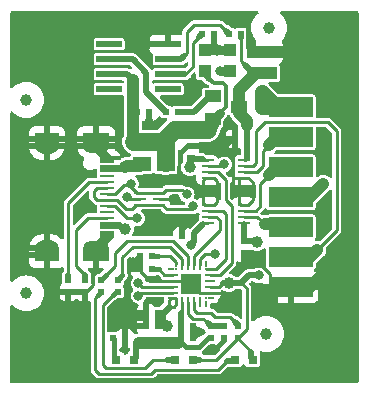
<source format=gbr>
%TF.GenerationSoftware,KiCad,Pcbnew,7.0.9-7.0.9~ubuntu22.04.1*%
%TF.CreationDate,2024-02-22T15:11:35+02:00*%
%TF.ProjectId,USB-SERIAL-L_Rev_B,5553422d-5345-4524-9941-4c2d4c5f5265,B*%
%TF.SameCoordinates,PX5f5e100PY7270e00*%
%TF.FileFunction,Copper,L1,Top*%
%TF.FilePolarity,Positive*%
%FSLAX46Y46*%
G04 Gerber Fmt 4.6, Leading zero omitted, Abs format (unit mm)*
G04 Created by KiCad (PCBNEW 7.0.9-7.0.9~ubuntu22.04.1) date 2024-02-22 15:11:35*
%MOMM*%
%LPD*%
G01*
G04 APERTURE LIST*
%TA.AperFunction,SMDPad,CuDef*%
%ADD10R,0.250000X0.625000*%
%TD*%
%TA.AperFunction,SMDPad,CuDef*%
%ADD11R,0.250000X0.250000*%
%TD*%
%TA.AperFunction,SMDPad,CuDef*%
%ADD12R,0.625000X0.250000*%
%TD*%
%TA.AperFunction,SMDPad,CuDef*%
%ADD13R,0.850000X0.250000*%
%TD*%
%TA.AperFunction,SMDPad,CuDef*%
%ADD14R,0.250000X0.850000*%
%TD*%
%TA.AperFunction,ComponentPad*%
%ADD15C,1.500000*%
%TD*%
%TA.AperFunction,SMDPad,CuDef*%
%ADD16R,1.800000X1.800000*%
%TD*%
%TA.AperFunction,SMDPad,CuDef*%
%ADD17R,0.550000X0.500000*%
%TD*%
%TA.AperFunction,SMDPad,CuDef*%
%ADD18R,2.200000X0.600000*%
%TD*%
%TA.AperFunction,SMDPad,CuDef*%
%ADD19R,1.000000X0.250000*%
%TD*%
%TA.AperFunction,SMDPad,CuDef*%
%ADD20R,3.683000X1.651000*%
%TD*%
%TA.AperFunction,SMDPad,CuDef*%
%ADD21R,0.500000X0.550000*%
%TD*%
%TA.AperFunction,SMDPad,CuDef*%
%ADD22R,1.016000X1.016000*%
%TD*%
%TA.AperFunction,ComponentPad*%
%ADD23C,1.200000*%
%TD*%
%TA.AperFunction,ComponentPad*%
%ADD24C,6.300000*%
%TD*%
%TA.AperFunction,SMDPad,CuDef*%
%ADD25R,0.800000X0.800000*%
%TD*%
%TA.AperFunction,SMDPad,CuDef*%
%ADD26C,1.000000*%
%TD*%
%TA.AperFunction,ConnectorPad*%
%ADD27C,1.000000*%
%TD*%
%TA.AperFunction,SMDPad,CuDef*%
%ADD28R,2.200000X1.100000*%
%TD*%
%TA.AperFunction,ComponentPad*%
%ADD29O,2.200000X1.200000*%
%TD*%
%TA.AperFunction,SMDPad,CuDef*%
%ADD30R,2.000000X1.100000*%
%TD*%
%TA.AperFunction,ComponentPad*%
%ADD31O,2.000000X1.300000*%
%TD*%
%TA.AperFunction,SMDPad,CuDef*%
%ADD32R,1.150000X0.300000*%
%TD*%
%TA.AperFunction,SMDPad,CuDef*%
%ADD33R,1.150000X0.250000*%
%TD*%
%TA.AperFunction,SMDPad,CuDef*%
%ADD34R,1.400000X1.000000*%
%TD*%
%TA.AperFunction,SMDPad,CuDef*%
%ADD35R,1.524000X1.270000*%
%TD*%
%TA.AperFunction,ViaPad*%
%ADD36C,1.000000*%
%TD*%
%TA.AperFunction,ViaPad*%
%ADD37C,0.800000*%
%TD*%
%TA.AperFunction,Conductor*%
%ADD38C,0.508000*%
%TD*%
%TA.AperFunction,Conductor*%
%ADD39C,0.254000*%
%TD*%
%TA.AperFunction,Conductor*%
%ADD40C,1.016000*%
%TD*%
%TA.AperFunction,Conductor*%
%ADD41C,0.406400*%
%TD*%
%TA.AperFunction,Conductor*%
%ADD42C,0.762000*%
%TD*%
%TA.AperFunction,Conductor*%
%ADD43C,0.304800*%
%TD*%
%TA.AperFunction,Conductor*%
%ADD44C,0.609600*%
%TD*%
%TA.AperFunction,Conductor*%
%ADD45C,1.270000*%
%TD*%
%TA.AperFunction,Conductor*%
%ADD46C,1.524000*%
%TD*%
G04 APERTURE END LIST*
D10*
X14324000Y10359500D03*
D11*
X14324000Y9922000D03*
D12*
X13886500Y9922000D03*
D13*
X13999000Y9422000D03*
X13999000Y8922000D03*
X13999000Y8422000D03*
X13999000Y7922000D03*
D11*
X14324000Y7422000D03*
D12*
X13886500Y7422000D03*
D10*
X14324000Y6984500D03*
D14*
X14824000Y7097000D03*
X15324000Y7097000D03*
X15824000Y7097000D03*
X16324000Y7097000D03*
D12*
X17261500Y7422000D03*
D11*
X16824000Y7422000D03*
D10*
X16824000Y6984500D03*
D13*
X17149000Y7922000D03*
X17149000Y8422000D03*
X17149000Y8922000D03*
X17149000Y9422000D03*
D10*
X16824000Y10359500D03*
D12*
X17261500Y9922000D03*
D11*
X16824000Y9922000D03*
D14*
X16324000Y10247000D03*
X15824000Y10247000D03*
X15324000Y10247000D03*
X14824000Y10247000D03*
D15*
X15574000Y8672000D03*
D16*
X15574000Y8672000D03*
D17*
X9347000Y7986000D03*
X9347000Y9002000D03*
D18*
X13625000Y25131000D03*
X13625000Y26401000D03*
X13625000Y27671000D03*
X13625000Y28941000D03*
X8625000Y28941000D03*
X8625000Y27671000D03*
X8625000Y26401000D03*
X8625000Y25131000D03*
D19*
X12824000Y15360000D03*
X12824000Y15860000D03*
X12824000Y16360000D03*
X11204000Y16360000D03*
X11204000Y15860000D03*
X11204000Y15360000D03*
D20*
X24000000Y8380000D03*
X24000000Y10920000D03*
X24000000Y13460000D03*
X24000000Y16000000D03*
X24000000Y18540000D03*
X24000000Y21080000D03*
X24000000Y23620000D03*
D21*
X19253000Y20940000D03*
X20269000Y20940000D03*
D22*
X18872000Y28433000D03*
X18872000Y26655000D03*
D23*
X1087000Y3500000D03*
X1849000Y5151000D03*
X1849000Y1722000D03*
X3500000Y5913000D03*
D24*
X3500000Y3500000D03*
D23*
X3500000Y1087000D03*
X5151000Y5151000D03*
X5151000Y1849000D03*
X5913000Y3500000D03*
D21*
X19761000Y29830000D03*
X18745000Y29830000D03*
D17*
X6553000Y7986000D03*
X6553000Y9002000D03*
D19*
X20015000Y13840000D03*
X20015000Y14340000D03*
X20015000Y14840000D03*
X20015000Y15340000D03*
X17015000Y15340000D03*
X17015000Y14840000D03*
X17015000Y14340000D03*
X17015000Y13840000D03*
D25*
X9238000Y2250000D03*
X10762000Y2250000D03*
D26*
X21920000Y4430000D03*
D19*
X20015000Y19150000D03*
X20015000Y18650000D03*
X20015000Y18150000D03*
X20015000Y17650000D03*
X17015000Y17650000D03*
X17015000Y18150000D03*
X17015000Y18650000D03*
X17015000Y19150000D03*
D23*
X24087000Y28500000D03*
X24849000Y30151000D03*
X24849000Y26722000D03*
X26500000Y30913000D03*
D24*
X26500000Y28500000D03*
D23*
X26500000Y26087000D03*
X28151000Y30151000D03*
X28151000Y26849000D03*
X28913000Y28500000D03*
D17*
X18364000Y5065000D03*
X18364000Y4049000D03*
D21*
X15824000Y12685000D03*
X14808000Y12685000D03*
D22*
X20777000Y26528000D03*
X20777000Y28306000D03*
D21*
X12268000Y9891000D03*
X11252000Y9891000D03*
X8966000Y4049000D03*
X9982000Y4049000D03*
D22*
X22301000Y26528000D03*
X22301000Y28306000D03*
D23*
X24087000Y3500000D03*
X24849000Y5151000D03*
X24849000Y1722000D03*
X26500000Y5913000D03*
D24*
X26500000Y3500000D03*
D23*
X26500000Y1087000D03*
X28151000Y5151000D03*
X28151000Y1849000D03*
X28913000Y3500000D03*
D17*
X20015000Y12304000D03*
X20015000Y11288000D03*
D22*
X16713000Y28433000D03*
X16713000Y26655000D03*
D17*
X15443000Y19289000D03*
X15443000Y20305000D03*
D21*
X15697000Y4049000D03*
X14681000Y4049000D03*
X10998000Y23226000D03*
X12014000Y23226000D03*
D23*
X1087000Y28500000D03*
X1849000Y30151000D03*
X1849000Y26722000D03*
X3500000Y30913000D03*
D24*
X3500000Y28500000D03*
D23*
X3500000Y26087000D03*
X5151000Y30151000D03*
X5151000Y26849000D03*
X5913000Y28500000D03*
D21*
X13411000Y23226000D03*
X14427000Y23226000D03*
D17*
X19507000Y5065000D03*
X19507000Y4049000D03*
D21*
X12776000Y5065000D03*
X11760000Y5065000D03*
D27*
X22174000Y30338000D03*
D28*
X7530000Y11072400D03*
D29*
X7530000Y11680000D03*
X7530000Y20320000D03*
D28*
X7530000Y20927600D03*
D30*
X3350000Y11072400D03*
D31*
X3350000Y11680000D03*
X3350000Y20320000D03*
D30*
X3350000Y20927600D03*
D32*
X8432000Y19325000D03*
X8432000Y18525000D03*
D33*
X8432000Y17250000D03*
X8432000Y16250000D03*
X8432000Y15750000D03*
X8432000Y14750000D03*
D32*
X8432000Y13475000D03*
X8432000Y12675000D03*
X8432000Y12925000D03*
X8432000Y13725000D03*
D33*
X8432000Y14250000D03*
X8432000Y15250000D03*
X8432000Y16750000D03*
X8432000Y17750000D03*
D32*
X8432000Y18275000D03*
X8432000Y19075000D03*
D26*
X1600000Y24242000D03*
D17*
X5156000Y7986000D03*
X5156000Y9002000D03*
D25*
X14238000Y2250000D03*
X15762000Y2250000D03*
D21*
X14681000Y5065000D03*
X15697000Y5065000D03*
D17*
X17221000Y5065000D03*
X17221000Y4049000D03*
D21*
X12776000Y6208000D03*
X11760000Y6208000D03*
D25*
X19238000Y2250000D03*
X20762000Y2250000D03*
D21*
X12268000Y11034000D03*
X11252000Y11034000D03*
D34*
X17383560Y24556960D03*
X17383560Y22654500D03*
X19593360Y23609540D03*
D17*
X7950000Y7986000D03*
X7950000Y9002000D03*
D35*
X11379000Y18781000D03*
X13411000Y18781000D03*
D21*
X17475000Y29830000D03*
X16459000Y29830000D03*
D27*
X1600000Y7859000D03*
D36*
X19761000Y16495000D03*
D37*
X16205000Y4557000D03*
D36*
X26873000Y19924000D03*
D37*
X13919000Y30465000D03*
X10617000Y10526000D03*
X9855000Y30465000D03*
D36*
X28397000Y7224000D03*
X12268000Y13320000D03*
D37*
X14046000Y15860000D03*
D36*
X22174000Y2144000D03*
X6553000Y15225000D03*
X20142000Y30973000D03*
X18237000Y20051000D03*
D37*
X17411500Y3096500D03*
D36*
X21539000Y7351000D03*
X26873000Y14717000D03*
X1219000Y10018000D03*
X10871000Y5954000D03*
X12014000Y22210000D03*
X28905000Y12177000D03*
X16583900Y16619900D03*
X27254000Y9637000D03*
X21158000Y10780000D03*
X8966000Y23861000D03*
X1219000Y20813000D03*
X28905000Y22337000D03*
X1219000Y17257000D03*
X18745000Y7351000D03*
X15697000Y24750000D03*
X11760000Y28941000D03*
X5156000Y23861000D03*
X3886000Y15352000D03*
X1219000Y13701000D03*
X4140000Y7986000D03*
X28905000Y17384000D03*
D37*
X15316000Y13828000D03*
D36*
X20269000Y22083000D03*
X21158000Y12177000D03*
X26746000Y17130000D03*
X17729000Y28433000D03*
D37*
X17983000Y26655000D03*
D36*
X18745000Y8748000D03*
D37*
X15570000Y11923000D03*
X21285000Y9383000D03*
D36*
X15443000Y18527000D03*
X13538000Y5065000D03*
X21539000Y24877000D03*
X15824000Y21702000D03*
X21539000Y23607000D03*
X16967000Y21702000D03*
X11125000Y3668000D03*
X10744000Y20686000D03*
D37*
X10125150Y16003150D03*
D36*
X9982000Y13320000D03*
X9982000Y18527000D03*
D37*
X10998000Y14209000D03*
X15197354Y16232646D03*
X11105643Y8699000D03*
X10490000Y17130000D03*
X11105643Y7645000D03*
X15697000Y15225000D03*
X18364000Y18781000D03*
X17602000Y11161000D03*
D38*
X19253000Y20940000D02*
X18999000Y20940000D01*
X18999000Y20940000D02*
X18237000Y20178000D01*
X18237000Y20178000D02*
X18237000Y20051000D01*
D39*
X24000000Y8380000D02*
X22491200Y8380000D01*
X22491200Y8380000D02*
X22275600Y8595600D01*
X22275600Y8595600D02*
X22275600Y9484600D01*
X22275600Y9484600D02*
X21158000Y10602200D01*
X21158000Y10602200D02*
X21158000Y10780000D01*
D40*
X21539000Y7351000D02*
X22364500Y8176500D01*
X22364500Y8176500D02*
X22428000Y8113000D01*
X22428000Y8113000D02*
X22428000Y6970000D01*
D39*
X13792000Y11034000D02*
X12776000Y11034000D01*
D41*
X12776000Y11034000D02*
X12268000Y11034000D01*
X17411500Y3096500D02*
X17538500Y3096500D01*
X17538500Y3096500D02*
X18364000Y3922000D01*
X18364000Y3922000D02*
X18364000Y4049000D01*
D38*
X11125000Y3668000D02*
X10871000Y3414000D01*
X10871000Y3414000D02*
X10871000Y2359000D01*
X10871000Y2359000D02*
X10762000Y2250000D01*
D41*
X8168000Y19325000D02*
X7530000Y19963000D01*
D40*
X23893000Y28306000D02*
X22301000Y28306000D01*
D39*
X15574000Y8672000D02*
X15324000Y8922000D01*
D41*
X11125000Y11034000D02*
X10617000Y10526000D01*
X10617000Y10399000D02*
X11125000Y9891000D01*
D39*
X19126000Y16876000D02*
X19507000Y16495000D01*
D42*
X11506000Y5954000D02*
X10871000Y5954000D01*
D39*
X19773000Y15340000D02*
X20015000Y15340000D01*
D41*
X15443000Y20305000D02*
X15189000Y20305000D01*
D38*
X19888000Y31227000D02*
X20142000Y30973000D01*
D39*
X16806500Y17650000D02*
X17015000Y17650000D01*
D41*
X15189000Y20305000D02*
X14681000Y19797000D01*
D38*
X17983000Y20305000D02*
X18237000Y20051000D01*
D39*
X15324000Y8922000D02*
X13999000Y8922000D01*
D41*
X8194000Y12675000D02*
X7530000Y12011000D01*
D39*
X19761000Y16495000D02*
X19634000Y16368000D01*
D38*
X13919000Y30465000D02*
X14681000Y31227000D01*
D39*
X20384000Y15340000D02*
X20777000Y15733000D01*
D38*
X11760000Y6208000D02*
X11506000Y5954000D01*
X15316000Y13828000D02*
X14808000Y13320000D01*
D39*
X14046000Y15860000D02*
X12824000Y15860000D01*
D40*
X22568000Y8380000D02*
X24000000Y8380000D01*
D38*
X14808000Y13320000D02*
X14808000Y12685000D01*
D39*
X19126000Y17650000D02*
X19126000Y18908000D01*
D38*
X12014000Y23226000D02*
X12014000Y22210000D01*
D39*
X6405400Y594600D02*
X20624600Y594600D01*
D41*
X16205000Y4557000D02*
X15697000Y5065000D01*
D43*
X8432000Y12925000D02*
X8692000Y12665000D01*
D39*
X19634000Y16368000D02*
X19634000Y15479000D01*
D43*
X8432000Y12675000D02*
X8194000Y12675000D01*
D41*
X8704750Y19347750D02*
X7732500Y20320000D01*
X11125000Y9891000D02*
X11252000Y9891000D01*
D39*
X19761000Y16495000D02*
X19634000Y16622000D01*
D41*
X10617000Y10526000D02*
X10617000Y10399000D01*
D39*
X7264200Y8570200D02*
X7264200Y9433800D01*
X19126000Y17650000D02*
X19126000Y16876000D01*
D38*
X6553000Y7986000D02*
X5156000Y7986000D01*
D43*
X20421400Y28661600D02*
X20421400Y30693600D01*
D39*
X20777000Y15733000D02*
X20777000Y16241000D01*
D43*
X20777000Y28306000D02*
X20421400Y28661600D01*
D39*
X15574000Y8672000D02*
X16324000Y7922000D01*
X20015000Y17650000D02*
X19126000Y17650000D01*
X17149000Y7922000D02*
X18174000Y7922000D01*
X17463000Y17650000D02*
X17729000Y17384000D01*
X5151000Y1849000D02*
X6405400Y594600D01*
D40*
X20777000Y28306000D02*
X22301000Y28306000D01*
D39*
X19634000Y17650000D02*
X20015000Y17650000D01*
X19507000Y16495000D02*
X19761000Y16495000D01*
X16324000Y7922000D02*
X17149000Y7922000D01*
X12094000Y8922000D02*
X11252000Y9764000D01*
X20777000Y17257000D02*
X20777000Y16241000D01*
D38*
X13625000Y28941000D02*
X11760000Y28941000D01*
D43*
X7530000Y19963000D02*
X7530000Y20320000D01*
D40*
X26873000Y9637000D02*
X25616000Y8380000D01*
D38*
X21158000Y10780000D02*
X20015000Y10780000D01*
D39*
X16583900Y16619900D02*
X16583900Y15481100D01*
X17729000Y15606000D02*
X17729000Y16241000D01*
D43*
X20421400Y30693600D02*
X20142000Y30973000D01*
D41*
X8692000Y12665000D02*
X7707000Y11680000D01*
D39*
X16583900Y16619900D02*
X16583900Y17427400D01*
D41*
X16205000Y4557000D02*
X15697000Y4049000D01*
D39*
X19634000Y16622000D02*
X19634000Y17650000D01*
D41*
X11252000Y11034000D02*
X11125000Y11034000D01*
D39*
X6553000Y7986000D02*
X6680000Y7986000D01*
D40*
X21539000Y7351000D02*
X22568000Y8380000D01*
D43*
X7707000Y11680000D02*
X7530000Y11680000D01*
D39*
X16725000Y15340000D02*
X17015000Y15340000D01*
X17729000Y17384000D02*
X17729000Y16749000D01*
D43*
X7530000Y12011000D02*
X7530000Y11680000D01*
D39*
X16583900Y15481100D02*
X16725000Y15340000D01*
D38*
X14681000Y31227000D02*
X19888000Y31227000D01*
D39*
X17015000Y15340000D02*
X17463000Y15340000D01*
X17015000Y17650000D02*
X17463000Y17650000D01*
X20624600Y594600D02*
X22174000Y2144000D01*
X18174000Y7922000D02*
X18745000Y7351000D01*
D38*
X15443000Y20305000D02*
X17983000Y20305000D01*
X20015000Y10780000D02*
X20015000Y11288000D01*
X4140000Y7986000D02*
X5156000Y7986000D01*
D40*
X27254000Y9637000D02*
X26873000Y9637000D01*
D43*
X8432000Y19325000D02*
X8168000Y19325000D01*
D39*
X6680000Y7986000D02*
X7264200Y8570200D01*
X11252000Y9764000D02*
X11252000Y9891000D01*
X20015000Y15340000D02*
X20384000Y15340000D01*
X16583900Y17427400D02*
X16806500Y17650000D01*
X20384000Y17650000D02*
X20777000Y17257000D01*
X20015000Y17650000D02*
X20384000Y17650000D01*
D40*
X25616000Y8380000D02*
X24000000Y8380000D01*
D43*
X7732500Y20320000D02*
X7530000Y20320000D01*
D40*
X24087000Y28500000D02*
X23893000Y28306000D01*
D39*
X13999000Y8922000D02*
X12094000Y8922000D01*
X19634000Y15479000D02*
X19773000Y15340000D01*
D43*
X8432000Y19075000D02*
X8704750Y19347750D01*
D39*
X17463000Y15340000D02*
X17729000Y15606000D01*
D38*
X11760000Y6208000D02*
X11760000Y5065000D01*
D40*
X20777000Y26274000D02*
X19593360Y25090360D01*
D39*
X20142000Y27163000D02*
X19811800Y27493200D01*
D38*
X21031000Y12304000D02*
X20015000Y12304000D01*
X20269000Y20940000D02*
X20269000Y19289000D01*
X20015000Y12304000D02*
X20015000Y13701000D01*
X20142000Y27163000D02*
X20777000Y26528000D01*
D40*
X20269000Y22464000D02*
X20269000Y22083000D01*
D38*
X20269000Y22083000D02*
X20269000Y20940000D01*
X21158000Y12177000D02*
X21031000Y12304000D01*
D40*
X19593360Y23609540D02*
X19593360Y23139640D01*
X19593360Y25090360D02*
X19593360Y23609540D01*
D39*
X19811800Y27493200D02*
X19811800Y29398200D01*
D38*
X19761000Y29449000D02*
X19761000Y29830000D01*
D40*
X20777000Y26528000D02*
X20777000Y26274000D01*
X22301000Y26528000D02*
X20777000Y26528000D01*
X19593360Y23139640D02*
X20269000Y22464000D01*
D39*
X19811800Y29398200D02*
X19761000Y29449000D01*
X20015000Y13840000D02*
X20015000Y13701000D01*
X20130000Y19150000D02*
X20269000Y19289000D01*
X20015000Y19150000D02*
X20130000Y19150000D01*
D40*
X24000000Y21080000D02*
X22822000Y21080000D01*
D39*
X20015000Y18150000D02*
X21162000Y18150000D01*
X21666000Y18654000D02*
X21666000Y19924000D01*
X21162000Y18150000D02*
X21666000Y18654000D01*
X21666000Y19924000D02*
X22174000Y20432000D01*
D40*
X22822000Y21080000D02*
X22174000Y20432000D01*
X24000000Y18540000D02*
X22822000Y18540000D01*
D39*
X21412000Y17130000D02*
X22174000Y17892000D01*
X21027000Y14840000D02*
X21412000Y15225000D01*
X21412000Y15225000D02*
X21412000Y17130000D01*
D40*
X22822000Y18540000D02*
X22174000Y17892000D01*
D39*
X20015000Y14840000D02*
X21027000Y14840000D01*
D42*
X17729000Y28433000D02*
X16713000Y28433000D01*
X17729000Y28433000D02*
X18872000Y28433000D01*
D40*
X26746000Y17130000D02*
X25616000Y16000000D01*
D38*
X17475000Y29830000D02*
X17475000Y28687000D01*
D40*
X25616000Y16000000D02*
X24000000Y16000000D01*
D38*
X17475000Y28687000D02*
X17729000Y28433000D01*
D39*
X20015000Y14340000D02*
X21154000Y14340000D01*
D40*
X24000000Y13460000D02*
X23759000Y13701000D01*
X23759000Y13701000D02*
X21793000Y13701000D01*
D39*
X21154000Y14340000D02*
X21793000Y13701000D01*
D40*
X24000000Y10920000D02*
X25616000Y10920000D01*
D39*
X27889000Y21575000D02*
X27127000Y22337000D01*
X21031000Y21575000D02*
X21031000Y18908000D01*
X26238000Y11542000D02*
X27889000Y13193000D01*
X20773000Y18650000D02*
X20015000Y18650000D01*
X21031000Y18908000D02*
X20773000Y18650000D01*
X27889000Y13193000D02*
X27889000Y21575000D01*
D40*
X25616000Y10920000D02*
X26238000Y11542000D01*
D39*
X27127000Y22337000D02*
X21793000Y22337000D01*
X21793000Y22337000D02*
X21031000Y21575000D01*
X14076150Y6716000D02*
X13665000Y6716000D01*
D38*
X18745000Y8748000D02*
X19792750Y8748000D01*
D39*
X14324000Y7422000D02*
X13886500Y7422000D01*
X14324000Y7422000D02*
X14324000Y6984500D01*
D38*
X15443000Y18527000D02*
X15443000Y19289000D01*
D39*
X17015000Y13840000D02*
X16725000Y13840000D01*
X14324000Y6963850D02*
X14076150Y6716000D01*
D38*
X16332000Y2250000D02*
X15762000Y2250000D01*
X12776000Y6208000D02*
X12776000Y5065000D01*
X13157000Y6208000D02*
X13157000Y5446000D01*
D42*
X17983000Y26655000D02*
X18872000Y26655000D01*
D39*
X16459000Y19390600D02*
X15925600Y19390600D01*
X18237000Y8748000D02*
X17911000Y8422000D01*
D38*
X15824000Y12177000D02*
X15824000Y12685000D01*
D39*
X19507000Y4049000D02*
X20269000Y4811000D01*
D38*
X15570000Y11923000D02*
X15824000Y12177000D01*
D39*
X15443000Y19289000D02*
X15582000Y19150000D01*
D38*
X15824000Y12685000D02*
X15824000Y12939000D01*
D39*
X17015000Y19150000D02*
X16699600Y19150000D01*
X17708000Y2250000D02*
X16332000Y2250000D01*
D38*
X18237000Y8748000D02*
X18745000Y8748000D01*
X13157000Y5446000D02*
X13538000Y5065000D01*
X15443000Y19289000D02*
X15824000Y19289000D01*
D39*
X16725000Y13840000D02*
X16586000Y13701000D01*
D38*
X20650000Y2362000D02*
X20762000Y2250000D01*
D39*
X20269000Y8271750D02*
X19792750Y8748000D01*
D38*
X20427750Y9383000D02*
X19792750Y8748000D01*
X13538000Y5065000D02*
X12776000Y5065000D01*
D39*
X20650000Y2906000D02*
X19507000Y4049000D01*
X17911000Y8422000D02*
X17149000Y8422000D01*
X15582000Y19150000D02*
X17015000Y19150000D01*
D38*
X12776000Y6208000D02*
X13157000Y6208000D01*
D39*
X15925600Y19390600D02*
X15824000Y19289000D01*
D38*
X20650000Y2906000D02*
X20650000Y2362000D01*
D39*
X16699600Y19150000D02*
X16459000Y19390600D01*
D38*
X15824000Y12939000D02*
X16586000Y13701000D01*
D44*
X13157000Y6208000D02*
X13665000Y6716000D01*
D39*
X13886500Y7422000D02*
X13863000Y7422000D01*
X19507000Y4049000D02*
X17708000Y2250000D01*
X20269000Y4811000D02*
X20269000Y8271750D01*
X13665000Y7224000D02*
X13665000Y6716000D01*
X14324000Y6984500D02*
X14324000Y6963850D01*
D38*
X21285000Y9383000D02*
X20427750Y9383000D01*
D39*
X13863000Y7422000D02*
X13665000Y7224000D01*
D41*
X14681000Y3922000D02*
X14681000Y3744200D01*
D38*
X10109000Y26401000D02*
X8625000Y26401000D01*
X14681000Y5065000D02*
X14681000Y4049000D01*
D43*
X18237000Y25639000D02*
X18491000Y25385000D01*
D39*
X14824000Y7097000D02*
X14824000Y6351000D01*
D40*
X10617000Y20813000D02*
X10744000Y20686000D01*
D45*
X24000000Y23620000D02*
X21552000Y23620000D01*
D46*
X13411000Y18908000D02*
X13411000Y20432000D01*
D38*
X13411000Y18781000D02*
X13411000Y18908000D01*
D39*
X14824000Y6351000D02*
X14681000Y6208000D01*
D45*
X24000000Y23620000D02*
X22796000Y23620000D01*
D41*
X15138200Y3287000D02*
X16205000Y3287000D01*
D42*
X17383560Y22654500D02*
X17538500Y22654500D01*
D43*
X18491000Y23607000D02*
X17983000Y23099000D01*
D41*
X14681000Y3744200D02*
X15138200Y3287000D01*
D38*
X14681000Y4049000D02*
X14681000Y3922000D01*
D43*
X17094000Y26020000D02*
X17475000Y25639000D01*
X17475000Y25639000D02*
X18237000Y25639000D01*
D41*
X16205000Y3287000D02*
X16967000Y4049000D01*
D38*
X10617000Y25893000D02*
X10109000Y26401000D01*
D40*
X17383560Y22654500D02*
X17383560Y22118560D01*
D38*
X16713000Y26655000D02*
X16713000Y26401000D01*
D40*
X17383560Y22118560D02*
X16967000Y21702000D01*
D46*
X14173000Y21702000D02*
X13411000Y20940000D01*
D45*
X21539000Y24877000D02*
X21539000Y23607000D01*
D38*
X16713000Y26401000D02*
X17094000Y26020000D01*
D43*
X18491000Y25385000D02*
X18491000Y23607000D01*
D46*
X15824000Y21702000D02*
X16967000Y21702000D01*
X10744000Y20686000D02*
X13157000Y20686000D01*
D45*
X21552000Y23620000D02*
X21539000Y23607000D01*
D46*
X13411000Y20432000D02*
X13157000Y20686000D01*
D40*
X11125000Y3668000D02*
X14427000Y3668000D01*
D41*
X16967000Y4049000D02*
X17221000Y4049000D01*
D40*
X10617000Y25893000D02*
X10617000Y20813000D01*
D42*
X17538500Y22654500D02*
X17983000Y23099000D01*
D38*
X14681000Y3922000D02*
X14427000Y3668000D01*
D46*
X15824000Y21702000D02*
X14173000Y21702000D01*
D45*
X22796000Y23620000D02*
X21539000Y24877000D01*
D46*
X13157000Y20686000D02*
X13411000Y20940000D01*
D38*
X14681000Y5065000D02*
X14681000Y6208000D01*
D40*
X9982000Y18527000D02*
X10109000Y18654000D01*
D43*
X9730000Y18275000D02*
X9982000Y18527000D01*
X9827000Y13475000D02*
X9982000Y13320000D01*
X8432000Y18525000D02*
X9980000Y18525000D01*
D40*
X10109000Y18654000D02*
X11252000Y18654000D01*
D43*
X8432000Y13475000D02*
X9827000Y13475000D01*
X9980000Y18525000D02*
X9982000Y18527000D01*
D39*
X10268300Y15860000D02*
X11204000Y15860000D01*
D43*
X8432000Y18275000D02*
X9730000Y18275000D01*
X9577000Y13725000D02*
X9982000Y13320000D01*
D40*
X11252000Y18654000D02*
X11379000Y18781000D01*
D39*
X10125150Y16003150D02*
X10268300Y15860000D01*
D43*
X8432000Y13725000D02*
X9577000Y13725000D01*
D41*
X9347000Y7986000D02*
X9220000Y7986000D01*
X9220000Y7986000D02*
X8966000Y7732000D01*
D39*
X8077000Y1763000D02*
X8331000Y1509000D01*
X8331000Y1509000D02*
X11633000Y1509000D01*
X8966000Y7732000D02*
X8077000Y6843000D01*
D38*
X14238000Y2250000D02*
X13538000Y2250000D01*
D39*
X8077000Y6843000D02*
X8077000Y1763000D01*
X11633000Y1509000D02*
X12374000Y2250000D01*
X12374000Y2250000D02*
X13538000Y2250000D01*
X14824000Y10789400D02*
X14824000Y10247000D01*
D41*
X9347000Y9002000D02*
X9728000Y9383000D01*
D39*
X9728000Y10907000D02*
X10617000Y11796000D01*
X10617000Y11796000D02*
X13817400Y11796000D01*
X13817400Y11796000D02*
X14824000Y10789400D01*
X9728000Y9383000D02*
X9728000Y10907000D01*
X12522000Y1382000D02*
X12191800Y1051800D01*
X18618000Y2144000D02*
X17856000Y1382000D01*
X17856000Y1382000D02*
X12522000Y1382000D01*
D38*
X18618000Y2144000D02*
X19132000Y2144000D01*
X19132000Y2144000D02*
X19238000Y2250000D01*
D39*
X7442000Y1382000D02*
X7442000Y7478000D01*
D41*
X7950000Y7986000D02*
X7696000Y7732000D01*
D39*
X12191800Y1051800D02*
X7772200Y1051800D01*
X7772200Y1051800D02*
X7442000Y1382000D01*
X7442000Y7478000D02*
X7696000Y7732000D01*
D41*
X7950000Y9002000D02*
X8331000Y9383000D01*
D39*
X9093000Y11288000D02*
X10109000Y12304000D01*
X15324000Y11026000D02*
X15324000Y10247000D01*
X14046000Y12304000D02*
X15324000Y11026000D01*
X8331000Y9383000D02*
X9093000Y10145000D01*
X9093000Y10145000D02*
X9093000Y11288000D01*
X10109000Y12304000D02*
X14046000Y12304000D01*
X15324000Y7097000D02*
X15324000Y6073000D01*
D38*
X17221000Y5065000D02*
X16967000Y5319000D01*
D39*
X16586000Y5700000D02*
X16967000Y5319000D01*
D38*
X17221000Y5065000D02*
X18364000Y5065000D01*
D39*
X15324000Y6073000D02*
X15697000Y5700000D01*
X15697000Y5700000D02*
X16586000Y5700000D01*
X17602000Y5827000D02*
X18872000Y5827000D01*
X15824000Y6462000D02*
X16078000Y6208000D01*
X16078000Y6208000D02*
X17221000Y6208000D01*
X18872000Y5827000D02*
X19253000Y5446000D01*
X15824000Y7097000D02*
X15824000Y6462000D01*
D38*
X19507000Y5065000D02*
X19507000Y5192000D01*
D39*
X17221000Y6208000D02*
X17602000Y5827000D01*
D38*
X19507000Y5192000D02*
X19253000Y5446000D01*
D41*
X9042200Y3972800D02*
X8966000Y4049000D01*
X9042200Y2445800D02*
X9042200Y3972800D01*
X9238000Y2250000D02*
X9042200Y2445800D01*
X12839500Y9891000D02*
X12268000Y9891000D01*
D39*
X13999000Y9422000D02*
X13308500Y9422000D01*
X13308500Y9422000D02*
X12839500Y9891000D01*
X14324000Y10359500D02*
X14324000Y10502000D01*
X14324000Y10502000D02*
X13792000Y11034000D01*
X5791000Y10145000D02*
X6553000Y9383000D01*
X5791000Y13193000D02*
X5791000Y10145000D01*
X8432000Y14250000D02*
X6848000Y14250000D01*
X6848000Y14250000D02*
X5791000Y13193000D01*
D38*
X6553000Y9002000D02*
X6553000Y9383000D01*
D39*
X8432000Y17250000D02*
X6927000Y17250000D01*
X6927000Y17250000D02*
X5156000Y15479000D01*
X5156000Y15479000D02*
X5156000Y9383000D01*
D38*
X5156000Y9002000D02*
X5156000Y9383000D01*
D39*
X15214400Y29982400D02*
X15214400Y28204400D01*
D38*
X14935000Y27925000D02*
X14681000Y27671000D01*
X14681000Y27671000D02*
X13625000Y27671000D01*
D39*
X17983000Y30592000D02*
X15824000Y30592000D01*
X18491000Y30084000D02*
X17983000Y30592000D01*
X15214400Y28204400D02*
X14935000Y27925000D01*
D38*
X18745000Y29830000D02*
X18491000Y30084000D01*
D39*
X15824000Y30592000D02*
X15214400Y29982400D01*
X15722400Y29093400D02*
X15722400Y27061400D01*
D38*
X15062000Y26401000D02*
X13625000Y26401000D01*
D39*
X15722400Y27061400D02*
X15062000Y26401000D01*
X16205000Y29576000D02*
X15722400Y29093400D01*
D38*
X16205000Y29576000D02*
X16459000Y29830000D01*
X11760000Y26528000D02*
X11760000Y24877000D01*
X10617000Y27671000D02*
X11760000Y26528000D01*
X8625000Y27671000D02*
X10617000Y27671000D01*
X11760000Y24877000D02*
X13411000Y23226000D01*
X15824000Y23226000D02*
X14427000Y23226000D01*
X17383560Y24556960D02*
X17154960Y24556960D01*
X17154960Y24556960D02*
X15824000Y23226000D01*
D39*
X11378642Y8426001D02*
X11105643Y8699000D01*
X10159800Y14209000D02*
X10998000Y14209000D01*
X9880400Y17003000D02*
X9127400Y16250000D01*
X13999000Y8422000D02*
X13994999Y8426001D01*
X14808000Y16622000D02*
X15197354Y16232646D01*
X13445573Y16622000D02*
X13183573Y16360000D01*
X10490000Y17130000D02*
X10490000Y16876000D01*
X8432000Y15250000D02*
X9118800Y15250000D01*
X10363000Y17003000D02*
X10490000Y17130000D01*
X13994999Y8426001D02*
X11378642Y8426001D01*
X13445573Y16622000D02*
X14808000Y16622000D01*
X11204000Y16360000D02*
X12824000Y16360000D01*
X11006000Y16360000D02*
X11204000Y16360000D01*
X9118800Y15250000D02*
X10159800Y14209000D01*
X9127400Y16250000D02*
X8432000Y16250000D01*
X13183573Y16360000D02*
X12824000Y16360000D01*
X10490000Y16876000D02*
X11006000Y16360000D01*
X9880400Y17003000D02*
X10363000Y17003000D01*
X10083600Y14971000D02*
X9304600Y15750000D01*
X15443000Y14971000D02*
X15697000Y15225000D01*
X8432000Y16750000D02*
X7570000Y16750000D01*
X11378642Y7917999D02*
X11105643Y7645000D01*
X11204000Y15360000D02*
X10931787Y15360000D01*
X8432000Y15750000D02*
X7571600Y15750000D01*
X10542787Y14971000D02*
X10083600Y14971000D01*
X12824000Y15360000D02*
X13114427Y15360000D01*
X7315000Y16006600D02*
X7315000Y16495000D01*
X13114427Y15360000D02*
X13503427Y14971000D01*
X13994999Y7917999D02*
X11378642Y7917999D01*
X11204000Y15360000D02*
X12824000Y15360000D01*
X9304600Y15750000D02*
X8432000Y15750000D01*
X10931787Y15360000D02*
X10542787Y14971000D01*
X13999000Y7922000D02*
X13994999Y7917999D01*
X7570000Y16750000D02*
X7315000Y16495000D01*
X13503427Y14971000D02*
X15443000Y14971000D01*
X7571600Y15750000D02*
X7315000Y16006600D01*
X18999000Y10399000D02*
X18022000Y9422000D01*
X17800400Y18150000D02*
X18491000Y17459400D01*
X18022000Y9422000D02*
X17149000Y9422000D01*
X18491000Y17459400D02*
X18491000Y15733000D01*
X18491000Y15733000D02*
X18999000Y15225000D01*
X17015000Y18150000D02*
X17800400Y18150000D01*
X18999000Y15225000D02*
X18999000Y10399000D01*
X18241000Y14840000D02*
X18491000Y14590000D01*
X18491000Y10780000D02*
X17633000Y9922000D01*
X17633000Y9922000D02*
X16824000Y9922000D01*
X17015000Y14840000D02*
X18241000Y14840000D01*
X18491000Y14590000D02*
X18491000Y10780000D01*
X18233000Y18650000D02*
X18364000Y18781000D01*
X17602000Y11161000D02*
X16713000Y11161000D01*
X17015000Y18650000D02*
X18233000Y18650000D01*
X16713000Y11161000D02*
X16324000Y10772000D01*
X16324000Y10772000D02*
X16324000Y10247000D01*
X15824000Y11034000D02*
X15824000Y10247000D01*
X17983000Y13193000D02*
X15824000Y11034000D01*
X17983000Y14026400D02*
X17983000Y13193000D01*
X17669400Y14340000D02*
X17983000Y14026400D01*
X17015000Y14340000D02*
X17669400Y14340000D01*
%TA.AperFunction,Conductor*%
G36*
X17621734Y3544131D02*
G01*
X17676469Y3502389D01*
X17726095Y3436096D01*
X17843034Y3348556D01*
X17968152Y3301890D01*
X18024988Y3259343D01*
X18049799Y3192823D01*
X18034708Y3123449D01*
X18013216Y3094739D01*
X17586880Y2668404D01*
X17524570Y2634380D01*
X17497787Y2631500D01*
X16715222Y2631500D01*
X16647101Y2651502D01*
X16632709Y2662276D01*
X16609743Y2682176D01*
X16577309Y2696988D01*
X16526113Y2720369D01*
X16472459Y2766860D01*
X16452457Y2834980D01*
X16472459Y2903101D01*
X16489362Y2924076D01*
X16522594Y2957309D01*
X16545064Y2978158D01*
X16566886Y2998405D01*
X16566887Y2998408D01*
X16572774Y3005789D01*
X16573441Y3005257D01*
X16582983Y3017698D01*
X17072881Y3507596D01*
X17135193Y3541622D01*
X17161976Y3544501D01*
X17521064Y3544501D01*
X17521066Y3544501D01*
X17551020Y3550459D01*
X17621734Y3544131D01*
G37*
%TD.AperFunction*%
%TA.AperFunction,Conductor*%
G36*
X11444121Y11263998D02*
G01*
X11490614Y11210342D01*
X11502000Y11158000D01*
X11502000Y9767000D01*
X11481998Y9698879D01*
X11428342Y9652386D01*
X11376000Y9641000D01*
X10494000Y9641000D01*
X10494000Y9567403D01*
X10500505Y9506907D01*
X10551555Y9370036D01*
X10551555Y9370035D01*
X10612760Y9288276D01*
X10637571Y9221756D01*
X10622480Y9152382D01*
X10615588Y9141192D01*
X10521860Y9005403D01*
X10521855Y9005393D01*
X10465492Y8856780D01*
X10446336Y8699004D01*
X10446336Y8698997D01*
X10465492Y8541221D01*
X10521855Y8392608D01*
X10521858Y8392602D01*
X10612147Y8261796D01*
X10617200Y8256092D01*
X10614804Y8253970D01*
X10644793Y8206103D01*
X10643975Y8135111D01*
X10614930Y8089919D01*
X10617200Y8087908D01*
X10612147Y8082205D01*
X10521858Y7951399D01*
X10521855Y7951393D01*
X10465492Y7802780D01*
X10446336Y7645004D01*
X10446336Y7644997D01*
X10465492Y7487221D01*
X10502082Y7390744D01*
X10521856Y7338605D01*
X10612145Y7207799D01*
X10731114Y7102401D01*
X10731115Y7102401D01*
X10731117Y7102399D01*
X10757478Y7088564D01*
X10871850Y7028537D01*
X11026172Y6990500D01*
X11033572Y6988676D01*
X11032844Y6985726D01*
X11085213Y6963221D01*
X11124932Y6904374D01*
X11126531Y6833396D01*
X11105735Y6790654D01*
X11059555Y6728965D01*
X11008505Y6592094D01*
X11002000Y6531598D01*
X11002000Y6458000D01*
X11510000Y6458000D01*
X11510000Y7008929D01*
X11497540Y7031747D01*
X11502605Y7102562D01*
X11537105Y7152841D01*
X11599141Y7207799D01*
X11689430Y7338605D01*
X11733641Y7455182D01*
X11776499Y7511781D01*
X11843155Y7536225D01*
X11851453Y7536499D01*
X13191010Y7536499D01*
X13259131Y7516497D01*
X13305624Y7462841D01*
X13315728Y7392567D01*
X13311771Y7374545D01*
X13301610Y7340414D01*
X13283499Y7287661D01*
X13282184Y7279782D01*
X13281194Y7271840D01*
X13283500Y7216116D01*
X13283500Y7177660D01*
X13263498Y7109539D01*
X13246599Y7088570D01*
X13074531Y6916501D01*
X12932434Y6774404D01*
X12870122Y6740379D01*
X12843339Y6737500D01*
X12517126Y6737500D01*
X12449005Y6757502D01*
X12416258Y6787990D01*
X12372902Y6845906D01*
X12255965Y6933445D01*
X12119093Y6984495D01*
X12058597Y6991000D01*
X12010000Y6991000D01*
X12010000Y4941000D01*
X11989998Y4872879D01*
X11936342Y4826386D01*
X11884000Y4815000D01*
X11002000Y4815000D01*
X11002000Y4741403D01*
X11008505Y4680908D01*
X11044867Y4583418D01*
X11049932Y4512602D01*
X11015906Y4450290D01*
X10955017Y4417042D01*
X10955101Y4416691D01*
X10953819Y4416388D01*
X10953594Y4416264D01*
X10952591Y4416097D01*
X10947964Y4415000D01*
X10947958Y4414999D01*
X10947958Y4414998D01*
X10882534Y4391186D01*
X10811682Y4386684D01*
X10749642Y4421203D01*
X10721386Y4465556D01*
X10682444Y4569966D01*
X10594904Y4686905D01*
X10477965Y4774445D01*
X10341093Y4825495D01*
X10280597Y4832000D01*
X10232000Y4832000D01*
X10232000Y3266000D01*
X10236500Y3266000D01*
X10304621Y3245998D01*
X10351114Y3192342D01*
X10362500Y3140000D01*
X10362500Y3012992D01*
X10342498Y2944871D01*
X10288842Y2898378D01*
X10264893Y2890643D01*
X10262699Y2889735D01*
X10178515Y2833484D01*
X10122265Y2749303D01*
X10117517Y2737837D01*
X10114734Y2738990D01*
X10090655Y2692976D01*
X10028953Y2657856D01*
X9958059Y2661669D01*
X9900481Y2703205D01*
X9884323Y2738599D01*
X9882483Y2737836D01*
X9877734Y2749301D01*
X9861183Y2774071D01*
X9821484Y2833484D01*
X9821483Y2833485D01*
X9737302Y2889734D01*
X9663069Y2904500D01*
X9663067Y2904500D01*
X9625900Y2904500D01*
X9557779Y2924502D01*
X9511286Y2978158D01*
X9499900Y3030500D01*
X9499900Y3145458D01*
X9519902Y3213579D01*
X9573558Y3260072D01*
X9639372Y3270736D01*
X9683407Y3266001D01*
X9683415Y3266000D01*
X9732000Y3266000D01*
X9732000Y4832000D01*
X9683402Y4832000D01*
X9622906Y4825495D01*
X9486035Y4774445D01*
X9486034Y4774445D01*
X9369097Y4686906D01*
X9325740Y4628989D01*
X9268903Y4586444D01*
X9224873Y4578500D01*
X8690936Y4578500D01*
X8690926Y4578499D01*
X8609080Y4562219D01*
X8538366Y4568548D01*
X8482299Y4612103D01*
X8458681Y4679056D01*
X8458500Y4685798D01*
X8458500Y5958000D01*
X11002000Y5958000D01*
X11002000Y5884403D01*
X11008505Y5823907D01*
X11061981Y5680532D01*
X11067045Y5609717D01*
X11061981Y5592468D01*
X11008505Y5449094D01*
X11002000Y5388598D01*
X11002000Y5315000D01*
X11510000Y5315000D01*
X11510000Y5958000D01*
X11002000Y5958000D01*
X8458500Y5958000D01*
X8458500Y6632788D01*
X8478502Y6700909D01*
X8495399Y6721878D01*
X9029421Y7255900D01*
X9091730Y7289922D01*
X9095031Y7290594D01*
X9118876Y7295105D01*
X9240862Y7359576D01*
X9325881Y7444597D01*
X9388193Y7478621D01*
X9414977Y7481501D01*
X9647064Y7481501D01*
X9647066Y7481501D01*
X9647069Y7481502D01*
X9647072Y7481502D01*
X9689978Y7490036D01*
X9721301Y7496266D01*
X9805484Y7552516D01*
X9861734Y7636699D01*
X9876500Y7710933D01*
X9876499Y8261066D01*
X9876498Y8261073D01*
X9876498Y8261074D01*
X9868087Y8303361D01*
X9861734Y8335301D01*
X9861733Y8335302D01*
X9861734Y8335302D01*
X9802468Y8423997D01*
X9781252Y8491750D01*
X9800034Y8560217D01*
X9802468Y8564004D01*
X9805481Y8568515D01*
X9805484Y8568516D01*
X9861734Y8652699D01*
X9876500Y8726933D01*
X9876499Y8832025D01*
X9896500Y8900144D01*
X9913399Y8921114D01*
X10075897Y9083611D01*
X10137230Y9166715D01*
X10175843Y9277064D01*
X10182800Y9296946D01*
X10183493Y9315463D01*
X10187959Y9434824D01*
X10152249Y9568098D01*
X10152247Y9568101D01*
X10152246Y9568104D01*
X10128813Y9605397D01*
X10109500Y9672433D01*
X10109500Y10696788D01*
X10129502Y10764909D01*
X10146405Y10785883D01*
X10278905Y10918383D01*
X10341217Y10952409D01*
X10412032Y10947344D01*
X10468868Y10904797D01*
X10493679Y10838277D01*
X10494000Y10829288D01*
X10494000Y10710403D01*
X10500505Y10649907D01*
X10553981Y10506532D01*
X10559045Y10435717D01*
X10553981Y10418468D01*
X10500505Y10275094D01*
X10494000Y10214598D01*
X10494000Y10141000D01*
X11002000Y10141000D01*
X11002000Y11158000D01*
X11022002Y11226121D01*
X11075658Y11272614D01*
X11128000Y11284000D01*
X11376000Y11284000D01*
X11444121Y11263998D01*
G37*
%TD.AperFunction*%
%TA.AperFunction,Conductor*%
G36*
X15889121Y5294998D02*
G01*
X15935614Y5241342D01*
X15947000Y5189000D01*
X15947000Y3925000D01*
X15926998Y3856879D01*
X15873342Y3810386D01*
X15821000Y3799000D01*
X15573000Y3799000D01*
X15504879Y3819002D01*
X15458386Y3872658D01*
X15447000Y3925000D01*
X15447000Y5189000D01*
X15467002Y5257121D01*
X15520658Y5303614D01*
X15573000Y5315000D01*
X15821000Y5315000D01*
X15889121Y5294998D01*
G37*
%TD.AperFunction*%
%TA.AperFunction,Conductor*%
G36*
X16670772Y4797760D02*
G01*
X16702132Y4736483D01*
X16706266Y4715699D01*
X16765532Y4627002D01*
X16786747Y4559250D01*
X16767964Y4490783D01*
X16765529Y4486994D01*
X16758026Y4475766D01*
X16713709Y4437265D01*
X16714055Y4436758D01*
X16709745Y4433820D01*
X16707944Y4432255D01*
X16706259Y4431444D01*
X16699115Y4426574D01*
X16692139Y4421425D01*
X16656485Y4385772D01*
X16594172Y4351749D01*
X16523357Y4356815D01*
X16466522Y4399363D01*
X16449336Y4430837D01*
X16418703Y4512967D01*
X16413638Y4583783D01*
X16418704Y4601033D01*
X16448492Y4680899D01*
X16448494Y4680907D01*
X16453275Y4725370D01*
X16480444Y4790962D01*
X16538762Y4831453D01*
X16609714Y4833987D01*
X16670772Y4797760D01*
G37*
%TD.AperFunction*%
%TA.AperFunction,Conductor*%
G36*
X19777659Y8219498D02*
G01*
X19798633Y8202595D01*
X19850595Y8150633D01*
X19884621Y8088321D01*
X19887500Y8061538D01*
X19887500Y5834819D01*
X19867498Y5766698D01*
X19813842Y5720205D01*
X19743568Y5710101D01*
X19678988Y5739595D01*
X19672405Y5745724D01*
X19586854Y5831275D01*
X19586845Y5831283D01*
X19499207Y5896887D01*
X19499202Y5896890D01*
X19362206Y5947988D01*
X19362198Y5947990D01*
X19331885Y5950158D01*
X19265365Y5974971D01*
X19251782Y5986741D01*
X19178980Y6059542D01*
X19162591Y6079724D01*
X19156560Y6088956D01*
X19156559Y6088957D01*
X19156558Y6088959D01*
X19128104Y6111104D01*
X19122245Y6116278D01*
X19119413Y6119110D01*
X19119402Y6119120D01*
X19100099Y6132901D01*
X19056086Y6167158D01*
X19049064Y6170958D01*
X19041872Y6174474D01*
X19041870Y6174475D01*
X19041867Y6174476D01*
X18988412Y6190391D01*
X18935664Y6208499D01*
X18935663Y6208500D01*
X18935661Y6208500D01*
X18935658Y6208500D01*
X18927748Y6209821D01*
X18919842Y6210806D01*
X18864116Y6208500D01*
X17812212Y6208500D01*
X17744091Y6228502D01*
X17723117Y6245405D01*
X17527982Y6440540D01*
X17511590Y6460726D01*
X17505560Y6469956D01*
X17505559Y6469958D01*
X17477104Y6492104D01*
X17471245Y6497278D01*
X17468413Y6500110D01*
X17468402Y6500120D01*
X17449099Y6513901D01*
X17405086Y6548158D01*
X17398064Y6551958D01*
X17390872Y6555474D01*
X17390870Y6555475D01*
X17390867Y6555476D01*
X17337412Y6571391D01*
X17288586Y6588153D01*
X17230651Y6629191D01*
X17204100Y6695036D01*
X17203499Y6707309D01*
X17203499Y6916503D01*
X17223501Y6984622D01*
X17277157Y7031115D01*
X17329499Y7042501D01*
X17599064Y7042501D01*
X17599066Y7042501D01*
X17599069Y7042502D01*
X17599072Y7042502D01*
X17635663Y7049781D01*
X17673301Y7057266D01*
X17757484Y7113516D01*
X17813734Y7197699D01*
X17828500Y7271933D01*
X17828499Y7289874D01*
X17848498Y7357991D01*
X17878991Y7390744D01*
X17936901Y7434094D01*
X18024445Y7551037D01*
X18075494Y7687907D01*
X18081999Y7748403D01*
X18082000Y7748415D01*
X18082000Y8003994D01*
X18102002Y8072115D01*
X18127999Y8099413D01*
X18127967Y8099445D01*
X18128079Y8099558D01*
X18128284Y8099711D01*
X18134791Y8106543D01*
X18135742Y8107223D01*
X18135746Y8107224D01*
X18135749Y8107228D01*
X18142263Y8111878D01*
X18156803Y8123194D01*
X18157902Y8121782D01*
X18158156Y8121971D01*
X18158300Y8122048D01*
X18158844Y8121030D01*
X18205425Y8149031D01*
X18276390Y8146905D01*
X18304325Y8133813D01*
X18376726Y8088321D01*
X18415563Y8063918D01*
X18576046Y8007763D01*
X18745000Y7988726D01*
X18913954Y8007763D01*
X19074437Y8063918D01*
X19218400Y8154376D01*
X19266620Y8202597D01*
X19328930Y8236620D01*
X19355714Y8239500D01*
X19709538Y8239500D01*
X19777659Y8219498D01*
G37*
%TD.AperFunction*%
%TA.AperFunction,Conductor*%
G36*
X7772614Y11252742D02*
G01*
X7784000Y11200400D01*
X7784000Y10014400D01*
X8038088Y10014400D01*
X8106209Y9994398D01*
X8152702Y9940742D01*
X8162806Y9870468D01*
X8133312Y9805888D01*
X8096963Y9777001D01*
X8056141Y9755427D01*
X7844116Y9543404D01*
X7781803Y9509379D01*
X7755022Y9506500D01*
X7649937Y9506500D01*
X7649926Y9506499D01*
X7575699Y9491735D01*
X7491515Y9435484D01*
X7435266Y9351303D01*
X7420500Y9277070D01*
X7420500Y8726937D01*
X7420501Y8726927D01*
X7429932Y8679516D01*
X7423603Y8608802D01*
X7380048Y8552735D01*
X7313096Y8529117D01*
X7244002Y8545445D01*
X7205485Y8579426D01*
X7190902Y8598906D01*
X7132990Y8642258D01*
X7090443Y8699093D01*
X7082499Y8743121D01*
X7082499Y9277066D01*
X7082498Y9277070D01*
X7082498Y9277074D01*
X7065313Y9363472D01*
X7066990Y9363806D01*
X7061500Y9391413D01*
X7061500Y9419370D01*
X7061499Y9419375D01*
X7045920Y9527728D01*
X7045919Y9527729D01*
X7045919Y9527734D01*
X6985176Y9660743D01*
X6889421Y9771250D01*
X6889420Y9771251D01*
X6889419Y9771252D01*
X6872069Y9782402D01*
X6825576Y9836057D01*
X6815471Y9906331D01*
X6844964Y9970912D01*
X6904690Y10009296D01*
X6940189Y10014400D01*
X7276000Y10014400D01*
X7276000Y11200400D01*
X7296002Y11268521D01*
X7309250Y11280000D01*
X7748995Y11280000D01*
X7772614Y11252742D01*
G37*
%TD.AperFunction*%
%TA.AperFunction,Conductor*%
G36*
X12785878Y9400324D02*
G01*
X12808758Y9382220D01*
X13001516Y9189462D01*
X13017902Y9169285D01*
X13023937Y9160048D01*
X13023940Y9160044D01*
X13023942Y9160043D01*
X13031011Y9152364D01*
X13028347Y9149913D01*
X13058853Y9107544D01*
X13066000Y9065711D01*
X13066000Y8933501D01*
X13045998Y8865380D01*
X12992342Y8818887D01*
X12940000Y8807501D01*
X11851453Y8807501D01*
X11783332Y8827503D01*
X11736839Y8881159D01*
X11733641Y8888820D01*
X11689430Y9005395D01*
X11689427Y9005400D01*
X11688082Y9008946D01*
X11682628Y9079733D01*
X11716310Y9142231D01*
X11745514Y9164217D01*
X11747962Y9165555D01*
X11864903Y9253096D01*
X11908256Y9311009D01*
X11965091Y9353556D01*
X12009119Y9361501D01*
X12543066Y9361501D01*
X12543069Y9361502D01*
X12543073Y9361502D01*
X12592326Y9371299D01*
X12617301Y9376266D01*
X12649662Y9397890D01*
X12717410Y9419105D01*
X12785878Y9400324D01*
G37*
%TD.AperFunction*%
%TA.AperFunction,Conductor*%
G36*
X21822032Y11669842D02*
G01*
X21878868Y11627296D01*
X21903679Y11560776D01*
X21904000Y11551786D01*
X21904000Y10069437D01*
X21904002Y10069425D01*
X21918009Y9998999D01*
X21911680Y9928285D01*
X21868124Y9872218D01*
X21801171Y9848600D01*
X21732078Y9864929D01*
X21710881Y9880105D01*
X21659529Y9925599D01*
X21659528Y9925600D01*
X21659525Y9925602D01*
X21518797Y9999461D01*
X21518795Y9999462D01*
X21518793Y9999463D01*
X21518791Y9999464D01*
X21518790Y9999464D01*
X21364472Y10037500D01*
X21364471Y10037500D01*
X21205529Y10037500D01*
X21205527Y10037500D01*
X21051209Y9999464D01*
X21051208Y9999464D01*
X20910474Y9925601D01*
X20910472Y9925600D01*
X20910471Y9925599D01*
X20907749Y9923188D01*
X20905329Y9922051D01*
X20904202Y9921272D01*
X20904072Y9921460D01*
X20843499Y9892987D01*
X20824196Y9891500D01*
X20495966Y9891500D01*
X20469186Y9894379D01*
X20464401Y9895420D01*
X20464396Y9895420D01*
X20411833Y9891661D01*
X20407337Y9891500D01*
X20391380Y9891500D01*
X20375591Y9889231D01*
X20371124Y9888751D01*
X20318549Y9884989D01*
X20318541Y9884988D01*
X20313944Y9883273D01*
X20287874Y9876619D01*
X20283025Y9875922D01*
X20283017Y9875920D01*
X20283016Y9875919D01*
X20283014Y9875918D01*
X20235074Y9854027D01*
X20230922Y9852307D01*
X20181544Y9833889D01*
X20177620Y9830951D01*
X20154470Y9817215D01*
X20150007Y9815177D01*
X20110178Y9780666D01*
X20106682Y9777849D01*
X20093902Y9768281D01*
X20082618Y9756996D01*
X20079327Y9753933D01*
X20039501Y9719423D01*
X20039496Y9719417D01*
X20036845Y9715292D01*
X20019950Y9694328D01*
X19619025Y9293404D01*
X19556715Y9259380D01*
X19529932Y9256500D01*
X19355714Y9256500D01*
X19287593Y9276502D01*
X19266623Y9293401D01*
X19218400Y9341624D01*
X19218399Y9341625D01*
X19218398Y9341626D01*
X19074439Y9432081D01*
X19074437Y9432082D01*
X18913956Y9488237D01*
X18907056Y9489811D01*
X18907509Y9491800D01*
X18851281Y9515427D01*
X18811088Y9573951D01*
X18808917Y9644915D01*
X18841745Y9702224D01*
X19231545Y10092024D01*
X19251721Y10108407D01*
X19260956Y10114440D01*
X19283103Y10142897D01*
X19288271Y10148750D01*
X19291114Y10151591D01*
X19304898Y10170899D01*
X19339158Y10214915D01*
X19339159Y10214921D01*
X19342950Y10221924D01*
X19346471Y10229127D01*
X19346475Y10229131D01*
X19357924Y10267589D01*
X19362389Y10282584D01*
X19380498Y10335334D01*
X19380500Y10335339D01*
X19380500Y10335346D01*
X19381819Y10343248D01*
X19382805Y10351158D01*
X19380500Y10406885D01*
X19380500Y10448428D01*
X19400502Y10516549D01*
X19454158Y10563042D01*
X19524432Y10573146D01*
X19550533Y10566483D01*
X19630904Y10536506D01*
X19630903Y10536506D01*
X19691402Y10530001D01*
X19691415Y10530000D01*
X19765000Y10530000D01*
X19765000Y11038000D01*
X20265000Y11038000D01*
X20265000Y10530000D01*
X20338585Y10530000D01*
X20338597Y10530001D01*
X20399093Y10536506D01*
X20535964Y10587556D01*
X20535965Y10587556D01*
X20652904Y10675096D01*
X20740444Y10792035D01*
X20740444Y10792036D01*
X20791494Y10928907D01*
X20797999Y10989403D01*
X20798000Y10989415D01*
X20798000Y11038000D01*
X20265000Y11038000D01*
X19765000Y11038000D01*
X19765000Y11412000D01*
X19785002Y11480121D01*
X19838658Y11526614D01*
X19891000Y11538000D01*
X20720516Y11538000D01*
X20787551Y11518688D01*
X20828563Y11492918D01*
X20989046Y11436763D01*
X21158000Y11417726D01*
X21326954Y11436763D01*
X21487437Y11492918D01*
X21631400Y11583376D01*
X21688906Y11640883D01*
X21751216Y11674906D01*
X21822032Y11669842D01*
G37*
%TD.AperFunction*%
%TA.AperFunction,Conductor*%
G36*
X27425533Y16627028D02*
G01*
X27482368Y16584481D01*
X27507179Y16517961D01*
X27507500Y16508972D01*
X27507500Y13403214D01*
X27487498Y13335093D01*
X27470595Y13314119D01*
X26484330Y12327855D01*
X26422018Y12293829D01*
X26376974Y12292281D01*
X26260328Y12309367D01*
X26260327Y12309367D01*
X26246517Y12308159D01*
X26171536Y12301599D01*
X26101933Y12315587D01*
X26050941Y12364986D01*
X26034750Y12434112D01*
X26055792Y12497122D01*
X26081233Y12535198D01*
X26081232Y12535198D01*
X26081234Y12535199D01*
X26096000Y12609433D01*
X26095999Y14310566D01*
X26095998Y14310569D01*
X26095998Y14310574D01*
X26081234Y14384801D01*
X26044433Y14439877D01*
X26024984Y14468984D01*
X26017027Y14474301D01*
X25940802Y14525234D01*
X25866567Y14540000D01*
X22133436Y14540000D01*
X22133427Y14539999D01*
X22059198Y14525235D01*
X21998588Y14484735D01*
X21930835Y14463520D01*
X21928586Y14463500D01*
X21748585Y14463500D01*
X21649298Y14451895D01*
X21579315Y14463853D01*
X21545574Y14487948D01*
X21519330Y14514192D01*
X21469116Y14564407D01*
X21435091Y14626720D01*
X21440157Y14697535D01*
X21469115Y14742595D01*
X21644542Y14918022D01*
X21664718Y14934406D01*
X21673956Y14940440D01*
X21696114Y14968911D01*
X21701282Y14974762D01*
X21704113Y14977591D01*
X21717891Y14996890D01*
X21746915Y15034181D01*
X21804537Y15075650D01*
X21875436Y15079385D01*
X21937098Y15044196D01*
X21951110Y15026792D01*
X21975015Y14991016D01*
X22059197Y14934767D01*
X22059199Y14934766D01*
X22133433Y14920000D01*
X25866566Y14920001D01*
X25866569Y14920002D01*
X25866572Y14920002D01*
X25903163Y14927281D01*
X25940801Y14934766D01*
X26024984Y14991016D01*
X26081234Y15075199D01*
X26096000Y15149433D01*
X26095999Y15347590D01*
X26116001Y15415710D01*
X26130343Y15434049D01*
X26163021Y15468685D01*
X27292405Y16598067D01*
X27354717Y16632093D01*
X27425533Y16627028D01*
G37*
%TD.AperFunction*%
%TA.AperFunction,Conductor*%
G36*
X12972335Y14958498D02*
G01*
X12993310Y14941595D01*
X13196449Y14738455D01*
X13212833Y14718279D01*
X13218867Y14709044D01*
X13218868Y14709043D01*
X13218870Y14709041D01*
X13247321Y14686897D01*
X13253180Y14681724D01*
X13256018Y14678886D01*
X13261806Y14674754D01*
X13275327Y14665099D01*
X13319339Y14630844D01*
X13319342Y14630842D01*
X13319343Y14630842D01*
X13326368Y14627040D01*
X13333561Y14623523D01*
X13387013Y14607611D01*
X13439761Y14589501D01*
X13439765Y14589501D01*
X13439766Y14589500D01*
X13439767Y14589500D01*
X13447674Y14588181D01*
X13455584Y14587195D01*
X13455585Y14587196D01*
X13455586Y14587195D01*
X13511311Y14589500D01*
X15390366Y14589500D01*
X15416224Y14586819D01*
X15427017Y14584555D01*
X15462809Y14589017D01*
X15470600Y14589500D01*
X15474612Y14589500D01*
X15479183Y14590264D01*
X15488212Y14591770D01*
X15539110Y14589828D01*
X15617519Y14570502D01*
X15617526Y14570501D01*
X15617529Y14570500D01*
X15617530Y14570500D01*
X15776470Y14570500D01*
X15776471Y14570500D01*
X15930793Y14608537D01*
X16071529Y14682401D01*
X16071532Y14682405D01*
X16077803Y14686732D01*
X16079461Y14684330D01*
X16131434Y14708776D01*
X16201818Y14699464D01*
X16255993Y14653578D01*
X16276761Y14585687D01*
X16274348Y14559686D01*
X16260500Y14490070D01*
X16260500Y14189937D01*
X16260502Y14189925D01*
X16263174Y14176489D01*
X16256843Y14105776D01*
X16228689Y14062818D01*
X15536920Y13371050D01*
X15474608Y13337025D01*
X15403792Y13342090D01*
X15372316Y13359277D01*
X15303962Y13410446D01*
X15167093Y13461495D01*
X15106597Y13468000D01*
X15058000Y13468000D01*
X15058000Y12561000D01*
X15037998Y12492879D01*
X14984342Y12446386D01*
X14932000Y12435000D01*
X14684000Y12435000D01*
X14615879Y12455002D01*
X14569386Y12508658D01*
X14558000Y12561000D01*
X14558000Y13468000D01*
X14509402Y13468000D01*
X14448906Y13461495D01*
X14312035Y13410445D01*
X14312034Y13410445D01*
X14195095Y13322905D01*
X14107555Y13205966D01*
X14107555Y13205965D01*
X14056505Y13069094D01*
X14050000Y13008598D01*
X14050000Y12811500D01*
X14029998Y12743379D01*
X13976342Y12696886D01*
X13924000Y12685500D01*
X10702378Y12685500D01*
X10634257Y12705502D01*
X10587764Y12759158D01*
X10577660Y12829432D01*
X10595691Y12878536D01*
X10614481Y12908441D01*
X10666082Y12990563D01*
X10722237Y13151046D01*
X10741274Y13320000D01*
X10729284Y13426408D01*
X10741533Y13496337D01*
X10789645Y13548545D01*
X10858346Y13566454D01*
X10884648Y13562851D01*
X10918524Y13554501D01*
X10918526Y13554501D01*
X10918529Y13554500D01*
X10918530Y13554500D01*
X11077470Y13554500D01*
X11077471Y13554500D01*
X11231793Y13592537D01*
X11372529Y13666401D01*
X11491498Y13771799D01*
X11581787Y13902605D01*
X11638149Y14051218D01*
X11638149Y14051219D01*
X11638150Y14051221D01*
X11657307Y14208997D01*
X11657307Y14209004D01*
X11638150Y14366780D01*
X11610427Y14439877D01*
X11581787Y14515395D01*
X11491498Y14646201D01*
X11372529Y14751599D01*
X11372528Y14751600D01*
X11366824Y14756653D01*
X11368596Y14758654D01*
X11331880Y14803958D01*
X11324094Y14874527D01*
X11355697Y14938102D01*
X11416654Y14974499D01*
X11448154Y14978500D01*
X12760339Y14978500D01*
X12904214Y14978500D01*
X12972335Y14958498D01*
G37*
%TD.AperFunction*%
%TA.AperFunction,Conductor*%
G36*
X6851532Y16530844D02*
G01*
X6908368Y16488297D01*
X6933179Y16421777D01*
X6933500Y16412788D01*
X6933500Y16059234D01*
X6930818Y16033377D01*
X6928554Y16022584D01*
X6931110Y16002082D01*
X6933016Y15986791D01*
X6933500Y15979000D01*
X6933500Y15974985D01*
X6933499Y15974985D01*
X6937047Y15953725D01*
X6937403Y15951596D01*
X6938448Y15943214D01*
X6944303Y15896243D01*
X6946588Y15888568D01*
X6949180Y15881018D01*
X6949181Y15881015D01*
X6949182Y15881014D01*
X6975729Y15831959D01*
X6980800Y15821587D01*
X7000225Y15781852D01*
X7004868Y15775349D01*
X7009782Y15769035D01*
X7037190Y15743805D01*
X7050819Y15731259D01*
X7264620Y15517458D01*
X7281002Y15497285D01*
X7282209Y15495438D01*
X7287040Y15488044D01*
X7311912Y15468686D01*
X7315500Y15465893D01*
X7321357Y15460720D01*
X7324184Y15457893D01*
X7324191Y15457887D01*
X7343489Y15444109D01*
X7387515Y15409842D01*
X7387517Y15409842D01*
X7394555Y15406032D01*
X7401727Y15402527D01*
X7401730Y15402525D01*
X7429814Y15394165D01*
X7455189Y15386609D01*
X7494315Y15373178D01*
X7507939Y15368500D01*
X7507940Y15368500D01*
X7517413Y15365248D01*
X7575348Y15324210D01*
X7601899Y15258366D01*
X7602500Y15246076D01*
X7602500Y15099937D01*
X7602501Y15099927D01*
X7617488Y15024581D01*
X7617488Y14975420D01*
X7602500Y14900073D01*
X7602500Y14900067D01*
X7602500Y14787799D01*
X7602501Y14757501D01*
X7582499Y14689380D01*
X7528844Y14642887D01*
X7476501Y14631500D01*
X6900635Y14631500D01*
X6874776Y14634182D01*
X6863982Y14636446D01*
X6841788Y14633679D01*
X6828189Y14631984D01*
X6820401Y14631500D01*
X6816389Y14631500D01*
X6798842Y14628572D01*
X6792992Y14627596D01*
X6737642Y14620697D01*
X6729974Y14618414D01*
X6722414Y14615819D01*
X6673369Y14589278D01*
X6623255Y14564778D01*
X6616760Y14560141D01*
X6610436Y14555219D01*
X6572668Y14514192D01*
X5752595Y13694120D01*
X5690283Y13660094D01*
X5619468Y13665159D01*
X5562632Y13707706D01*
X5537821Y13774226D01*
X5537500Y13783215D01*
X5537500Y15268788D01*
X5557502Y15336909D01*
X5574405Y15357883D01*
X6718405Y16501883D01*
X6780717Y16535909D01*
X6851532Y16530844D01*
G37*
%TD.AperFunction*%
%TA.AperFunction,Conductor*%
G36*
X14493588Y16220498D02*
G01*
X14540081Y16166842D01*
X14550548Y16129687D01*
X14557203Y16074867D01*
X14592992Y15980501D01*
X14613567Y15926251D01*
X14703856Y15795445D01*
X14822825Y15690047D01*
X14822826Y15690047D01*
X14822828Y15690045D01*
X14897554Y15650826D01*
X14963561Y15616183D01*
X14991734Y15609239D01*
X15053088Y15573515D01*
X15085390Y15510292D01*
X15079395Y15442228D01*
X15076210Y15433828D01*
X15033356Y15377224D01*
X14966702Y15352774D01*
X14958395Y15352500D01*
X13904994Y15352500D01*
X13836873Y15372502D01*
X13790380Y15426158D01*
X13780276Y15496432D01*
X13786938Y15522533D01*
X13825494Y15625908D01*
X13831999Y15686403D01*
X13832000Y15686415D01*
X13832000Y16033586D01*
X13831999Y16033598D01*
X13824749Y16101030D01*
X13837354Y16170899D01*
X13885732Y16222861D01*
X13950027Y16240500D01*
X14425467Y16240500D01*
X14493588Y16220498D01*
G37*
%TD.AperFunction*%
%TA.AperFunction,Conductor*%
G36*
X14636012Y19983557D02*
G01*
X14671556Y19932365D01*
X14717555Y19809036D01*
X14717555Y19809035D01*
X14805093Y19692099D01*
X14863009Y19648744D01*
X14905555Y19591908D01*
X14913500Y19547875D01*
X14913500Y19116715D01*
X14893498Y19048594D01*
X14876597Y19027621D01*
X14849373Y19000397D01*
X14758919Y18856440D01*
X14758918Y18856438D01*
X14729500Y18772364D01*
X14702763Y18695954D01*
X14683726Y18527000D01*
X14702763Y18358046D01*
X14744628Y18238403D01*
X14758918Y18197563D01*
X14758919Y18197561D01*
X14849375Y18053601D01*
X14849377Y18053598D01*
X14969597Y17933378D01*
X14969600Y17933376D01*
X15113563Y17842918D01*
X15274046Y17786763D01*
X15443000Y17767726D01*
X15611954Y17786763D01*
X15772437Y17842918D01*
X15813964Y17869012D01*
X15882284Y17888317D01*
X15950198Y17867622D01*
X15996141Y17813495D01*
X16007000Y17762324D01*
X16007000Y17476403D01*
X16013505Y17415907D01*
X16064555Y17279036D01*
X16064555Y17279035D01*
X16152095Y17162096D01*
X16269034Y17074556D01*
X16405906Y17023506D01*
X16466402Y17017001D01*
X16466415Y17017000D01*
X17563585Y17017000D01*
X17563597Y17017001D01*
X17624093Y17023506D01*
X17760964Y17074556D01*
X17760965Y17074556D01*
X17877902Y17162095D01*
X17882630Y17168410D01*
X17939465Y17210958D01*
X18010281Y17216024D01*
X18072594Y17182000D01*
X18106620Y17119689D01*
X18109500Y17092903D01*
X18109500Y15897098D01*
X18089498Y15828977D01*
X18035842Y15782484D01*
X17965568Y15772380D01*
X17900988Y15801874D01*
X17882633Y15821587D01*
X17877903Y15827905D01*
X17760965Y15915445D01*
X17624093Y15966495D01*
X17563597Y15973000D01*
X16466402Y15973000D01*
X16405906Y15966495D01*
X16269035Y15915445D01*
X16269034Y15915445D01*
X16152094Y15827904D01*
X16150369Y15826178D01*
X16148229Y15825010D01*
X16144882Y15822504D01*
X16144521Y15822986D01*
X16088055Y15792157D01*
X16017239Y15797226D01*
X16002725Y15803711D01*
X15930795Y15841462D01*
X15930785Y15841466D01*
X15902617Y15848409D01*
X15841263Y15884133D01*
X15808963Y15947357D01*
X15814962Y16015429D01*
X15821853Y16033598D01*
X15837503Y16074864D01*
X15856661Y16232646D01*
X15856661Y16232650D01*
X15837504Y16390426D01*
X15823892Y16426315D01*
X15781141Y16539041D01*
X15690852Y16669847D01*
X15571883Y16775245D01*
X15571882Y16775246D01*
X15571879Y16775248D01*
X15431151Y16849107D01*
X15431149Y16849108D01*
X15431147Y16849109D01*
X15431145Y16849110D01*
X15431144Y16849110D01*
X15276826Y16887146D01*
X15276825Y16887146D01*
X15133439Y16887146D01*
X15065318Y16907148D01*
X15059769Y16911252D01*
X15059651Y16911086D01*
X15036099Y16927901D01*
X14992086Y16962158D01*
X14985064Y16965958D01*
X14977872Y16969474D01*
X14977870Y16969475D01*
X14968657Y16972218D01*
X14924412Y16985391D01*
X14871664Y17003499D01*
X14871663Y17003500D01*
X14871661Y17003500D01*
X14871658Y17003500D01*
X14863748Y17004821D01*
X14855842Y17005806D01*
X14800116Y17003500D01*
X13498207Y17003500D01*
X13472348Y17006182D01*
X13461554Y17008446D01*
X13438048Y17005515D01*
X13425763Y17003984D01*
X13417973Y17003500D01*
X13413962Y17003500D01*
X13390568Y16999597D01*
X13385546Y16998971D01*
X13335211Y16992697D01*
X13327573Y16990423D01*
X13319989Y16987819D01*
X13319987Y16987819D01*
X13319987Y16987818D01*
X13270931Y16961271D01*
X13254229Y16953106D01*
X13220829Y16936778D01*
X13214292Y16932111D01*
X13208013Y16927223D01*
X13173798Y16890058D01*
X13170232Y16886183D01*
X13099208Y16815158D01*
X13062455Y16778405D01*
X13000143Y16744380D01*
X12973359Y16741500D01*
X11225192Y16741500D01*
X11157071Y16761502D01*
X11110578Y16815158D01*
X11100474Y16885432D01*
X11107380Y16912181D01*
X11130149Y16972218D01*
X11130150Y16972222D01*
X11149307Y17129997D01*
X11149307Y17130004D01*
X11130150Y17287780D01*
X11109484Y17342271D01*
X11073787Y17436395D01*
X10985172Y17564776D01*
X10983499Y17567200D01*
X10983498Y17567201D01*
X10866120Y17671190D01*
X10828396Y17731332D01*
X10829176Y17802325D01*
X10868214Y17861625D01*
X10933115Y17890407D01*
X10949675Y17891500D01*
X11187272Y17891500D01*
X11205532Y17890170D01*
X11207741Y17889847D01*
X11229672Y17886634D01*
X11263105Y17889560D01*
X11282555Y17891260D01*
X11288048Y17891500D01*
X11296414Y17891500D01*
X11329511Y17895369D01*
X11407240Y17902169D01*
X11407246Y17902172D01*
X11414425Y17903653D01*
X11414437Y17903593D01*
X11421914Y17905251D01*
X11421900Y17905310D01*
X11429029Y17907001D01*
X11429042Y17907002D01*
X11502369Y17933691D01*
X11509058Y17935908D01*
X11548682Y17942300D01*
X12161059Y17942300D01*
X12161064Y17942300D01*
X12220480Y17954119D01*
X12287860Y17999140D01*
X12290233Y18002691D01*
X12344708Y18048221D01*
X12415151Y18057071D01*
X12479196Y18026432D01*
X12499767Y18002691D01*
X12502138Y17999141D01*
X12537640Y17975420D01*
X12569520Y17954119D01*
X12628936Y17942300D01*
X13074064Y17942300D01*
X13110638Y17936875D01*
X13211731Y17906208D01*
X13211735Y17906208D01*
X13211738Y17906207D01*
X13410997Y17886582D01*
X13411000Y17886582D01*
X13411003Y17886582D01*
X13610261Y17906207D01*
X13610262Y17906208D01*
X13610269Y17906208D01*
X13711361Y17936875D01*
X13747936Y17942300D01*
X14193059Y17942300D01*
X14193064Y17942300D01*
X14252480Y17954119D01*
X14319860Y17999140D01*
X14364881Y18066520D01*
X14376700Y18125936D01*
X14376700Y18571064D01*
X14382126Y18607641D01*
X14412792Y18708731D01*
X14415083Y18731987D01*
X14425176Y18834474D01*
X14427500Y18858066D01*
X14427500Y19888333D01*
X14447502Y19956454D01*
X14501158Y20002947D01*
X14571432Y20013051D01*
X14636012Y19983557D01*
G37*
%TD.AperFunction*%
%TA.AperFunction,Conductor*%
G36*
X19081012Y17252247D02*
G01*
X19099368Y17232532D01*
X19152095Y17162096D01*
X19269034Y17074556D01*
X19405906Y17023506D01*
X19466402Y17017001D01*
X19466415Y17017000D01*
X20563585Y17017000D01*
X20563597Y17017001D01*
X20624093Y17023506D01*
X20760963Y17074555D01*
X20828990Y17125480D01*
X20895510Y17150291D01*
X20964885Y17135200D01*
X21015087Y17084998D01*
X21030500Y17024612D01*
X21030500Y15965389D01*
X21010498Y15897268D01*
X20956842Y15850775D01*
X20886568Y15840671D01*
X20828991Y15864521D01*
X20760965Y15915444D01*
X20760964Y15915445D01*
X20624093Y15966495D01*
X20563597Y15973000D01*
X19466402Y15973000D01*
X19405906Y15966495D01*
X19269035Y15915445D01*
X19269034Y15915445D01*
X19152096Y15827905D01*
X19146558Y15820507D01*
X19089720Y15777963D01*
X19018904Y15772902D01*
X18956598Y15806926D01*
X18909405Y15854119D01*
X18875379Y15916431D01*
X18872500Y15943214D01*
X18872500Y17157023D01*
X18892502Y17225144D01*
X18946158Y17271637D01*
X19016432Y17281741D01*
X19081012Y17252247D01*
G37*
%TD.AperFunction*%
%TA.AperFunction,Conductor*%
G36*
X26984909Y21935498D02*
G01*
X27005883Y21918595D01*
X27470595Y21453883D01*
X27504621Y21391571D01*
X27507500Y21364788D01*
X27507500Y17752395D01*
X27487498Y17684274D01*
X27433842Y17637781D01*
X27363568Y17627677D01*
X27298988Y17657171D01*
X27287375Y17668631D01*
X27256359Y17703483D01*
X27110349Y17805721D01*
X27016713Y17842920D01*
X26944693Y17871532D01*
X26768327Y17897366D01*
X26768326Y17897366D01*
X26768319Y17897366D01*
X26590763Y17881831D01*
X26590757Y17881830D01*
X26421562Y17825767D01*
X26288146Y17743475D01*
X26219666Y17724738D01*
X26151927Y17745997D01*
X26106436Y17800505D01*
X26095999Y17850712D01*
X26095999Y19390566D01*
X26095998Y19390569D01*
X26095998Y19390574D01*
X26081234Y19464801D01*
X26067351Y19485578D01*
X26024984Y19548984D01*
X26021216Y19551502D01*
X25940802Y19605234D01*
X25866569Y19620000D01*
X22744527Y19620000D01*
X22676406Y19640002D01*
X22629913Y19693658D01*
X22619809Y19763932D01*
X22649303Y19828512D01*
X22655432Y19835095D01*
X22783433Y19963096D01*
X22845745Y19997122D01*
X22872528Y20000001D01*
X25866564Y20000001D01*
X25866566Y20000001D01*
X25866569Y20000002D01*
X25866572Y20000002D01*
X25932178Y20013051D01*
X25940801Y20014766D01*
X26024984Y20071016D01*
X26081234Y20155199D01*
X26096000Y20229433D01*
X26095999Y21829501D01*
X26116001Y21897621D01*
X26169657Y21944114D01*
X26221999Y21955500D01*
X26916788Y21955500D01*
X26984909Y21935498D01*
G37*
%TD.AperFunction*%
%TA.AperFunction,Conductor*%
G36*
X18767244Y22948711D02*
G01*
X18771241Y22946149D01*
X18801497Y22925933D01*
X18813883Y22917657D01*
X18818306Y22915825D01*
X18873587Y22871277D01*
X18889691Y22839052D01*
X18897595Y22815198D01*
X18900695Y22808552D01*
X18900640Y22808527D01*
X18903979Y22801630D01*
X18904033Y22801657D01*
X18907322Y22795108D01*
X18907325Y22795104D01*
X18907326Y22795101D01*
X18950208Y22729902D01*
X18991172Y22663491D01*
X18991173Y22663490D01*
X18991175Y22663487D01*
X18995722Y22657737D01*
X18995674Y22657700D01*
X19000514Y22651759D01*
X19000560Y22651797D01*
X19005271Y22646183D01*
X19005272Y22646182D01*
X19005275Y22646178D01*
X19062043Y22592620D01*
X19469596Y22185067D01*
X19503620Y22122756D01*
X19506500Y22095973D01*
X19506500Y22038586D01*
X19522001Y21905960D01*
X19538299Y21861182D01*
X19542801Y21790328D01*
X19508993Y21728995D01*
X19503000Y21723002D01*
X19503000Y20157000D01*
X19551585Y20157000D01*
X19551597Y20157001D01*
X19619930Y20164348D01*
X19620272Y20161161D01*
X19676412Y20158155D01*
X19734000Y20116633D01*
X19759998Y20050567D01*
X19760500Y20039330D01*
X19760500Y19655500D01*
X19740498Y19587379D01*
X19686842Y19540886D01*
X19634501Y19529500D01*
X19489936Y19529500D01*
X19489926Y19529499D01*
X19415699Y19514735D01*
X19331515Y19458484D01*
X19275266Y19374303D01*
X19260500Y19300070D01*
X19260500Y18999937D01*
X19260501Y18999927D01*
X19275488Y18924581D01*
X19275488Y18875418D01*
X19265474Y18825077D01*
X19232566Y18762168D01*
X19208009Y18748185D01*
X19227888Y18736019D01*
X19258793Y18672102D01*
X19260500Y18651434D01*
X19260500Y18499937D01*
X19260501Y18499927D01*
X19275488Y18424581D01*
X19275488Y18375420D01*
X19260500Y18300073D01*
X19260500Y18282126D01*
X19240498Y18214005D01*
X19210010Y18181258D01*
X19152094Y18137903D01*
X19064555Y18020966D01*
X19064555Y18020965D01*
X19013505Y17884094D01*
X19007000Y17823598D01*
X19007000Y17790177D01*
X18986998Y17722056D01*
X18933342Y17675563D01*
X18863068Y17665459D01*
X18798488Y17694953D01*
X18795662Y17697476D01*
X18755181Y17734742D01*
X18537222Y17952702D01*
X18503196Y18015014D01*
X18508261Y18085829D01*
X18550808Y18142665D01*
X18590760Y18161577D01*
X18590663Y18161833D01*
X18593880Y18163054D01*
X18596169Y18164137D01*
X18597793Y18164537D01*
X18738529Y18238401D01*
X18857498Y18343799D01*
X18947787Y18474605D01*
X19004149Y18623218D01*
X19009419Y18666622D01*
X19037485Y18731832D01*
X19069068Y18753126D01*
X19042390Y18772364D01*
X19016814Y18834474D01*
X19004150Y18938779D01*
X19004149Y18938782D01*
X18947787Y19087395D01*
X18857498Y19218201D01*
X18738529Y19323599D01*
X18738528Y19323600D01*
X18738525Y19323602D01*
X18597797Y19397461D01*
X18597795Y19397462D01*
X18597793Y19397463D01*
X18597791Y19397464D01*
X18597790Y19397464D01*
X18443472Y19435500D01*
X18443471Y19435500D01*
X18284529Y19435500D01*
X18284527Y19435500D01*
X18130209Y19397464D01*
X18130202Y19397461D01*
X17989474Y19323602D01*
X17989470Y19323598D01*
X17962782Y19299955D01*
X17898529Y19269756D01*
X17828148Y19279088D01*
X17773986Y19324990D01*
X17755651Y19369687D01*
X17754734Y19374301D01*
X17698484Y19458484D01*
X17690807Y19463614D01*
X17614302Y19514734D01*
X17540069Y19529500D01*
X17540067Y19529500D01*
X17101086Y19529500D01*
X17080348Y19531218D01*
X17078663Y19531500D01*
X17078661Y19531500D01*
X17078658Y19531500D01*
X16909813Y19531500D01*
X16841692Y19551502D01*
X16820718Y19568405D01*
X16765980Y19623143D01*
X16749591Y19643324D01*
X16743560Y19652556D01*
X16715103Y19674705D01*
X16709245Y19679878D01*
X16706413Y19682710D01*
X16706402Y19682720D01*
X16687099Y19696501D01*
X16643086Y19730758D01*
X16636064Y19734558D01*
X16628872Y19738074D01*
X16628870Y19738075D01*
X16628867Y19738076D01*
X16575412Y19753991D01*
X16522664Y19772099D01*
X16522663Y19772100D01*
X16522661Y19772100D01*
X16522658Y19772100D01*
X16514748Y19773421D01*
X16506842Y19774406D01*
X16451116Y19772100D01*
X16336143Y19772100D01*
X16268022Y19792102D01*
X16221529Y19845758D01*
X16211425Y19916032D01*
X16218087Y19942132D01*
X16219494Y19945906D01*
X16225999Y20006403D01*
X16226000Y20006415D01*
X16226000Y20055000D01*
X15319000Y20055000D01*
X15250879Y20075002D01*
X15204386Y20128658D01*
X15193000Y20181000D01*
X15193000Y20429000D01*
X15213002Y20497121D01*
X15266658Y20543614D01*
X15319000Y20555000D01*
X16226000Y20555000D01*
X16226000Y20559500D01*
X16246002Y20627621D01*
X16299658Y20674114D01*
X16352000Y20685500D01*
X17016925Y20685500D01*
X17016934Y20685500D01*
X17062622Y20690000D01*
X18495000Y20690000D01*
X18495000Y20616403D01*
X18501505Y20555907D01*
X18552555Y20419036D01*
X18552555Y20419035D01*
X18640095Y20302096D01*
X18757034Y20214556D01*
X18893906Y20163506D01*
X18954402Y20157001D01*
X18954415Y20157000D01*
X19003000Y20157000D01*
X19003000Y20690000D01*
X18495000Y20690000D01*
X17062622Y20690000D01*
X17114179Y20695078D01*
X17166260Y20700207D01*
X17166263Y20700207D01*
X17166264Y20700208D01*
X17166269Y20700208D01*
X17357880Y20758333D01*
X17534469Y20852722D01*
X17689252Y20979748D01*
X17816278Y21134531D01*
X17845927Y21190000D01*
X18495000Y21190000D01*
X19003000Y21190000D01*
X19003000Y21723000D01*
X18954402Y21723000D01*
X18893906Y21716495D01*
X18757035Y21665445D01*
X18757034Y21665445D01*
X18640095Y21577905D01*
X18552555Y21460966D01*
X18552555Y21460965D01*
X18501505Y21324094D01*
X18495000Y21263598D01*
X18495000Y21190000D01*
X17845927Y21190000D01*
X17910667Y21311120D01*
X17968792Y21502731D01*
X17978243Y21598687D01*
X17979148Y21607881D01*
X18005730Y21673713D01*
X18008020Y21676524D01*
X18024956Y21696707D01*
X18024958Y21696712D01*
X18028990Y21702840D01*
X18029043Y21702805D01*
X18033155Y21709260D01*
X18033101Y21709293D01*
X18036949Y21715533D01*
X18036955Y21715540D01*
X18069934Y21786266D01*
X18104954Y21855994D01*
X18104954Y21855998D01*
X18104956Y21856000D01*
X18107467Y21862897D01*
X18107525Y21862876D01*
X18110037Y21870105D01*
X18109977Y21870125D01*
X18112280Y21877078D01*
X18112285Y21877087D01*
X18114202Y21886374D01*
X18147561Y21949042D01*
X18167591Y21965661D01*
X18230420Y22007640D01*
X18275441Y22075020D01*
X18287260Y22134436D01*
X18287260Y22452337D01*
X18307262Y22520458D01*
X18324165Y22541433D01*
X18372456Y22589724D01*
X18460639Y22677906D01*
X18534350Y22772933D01*
X18565319Y22844500D01*
X18585620Y22891412D01*
X18631030Y22945986D01*
X18698737Y22967347D01*
X18767244Y22948711D01*
G37*
%TD.AperFunction*%
%TA.AperFunction,Conductor*%
G36*
X12206121Y23455998D02*
G01*
X12252614Y23402342D01*
X12264000Y23350000D01*
X12264000Y22443000D01*
X12312585Y22443000D01*
X12312597Y22443001D01*
X12373093Y22449506D01*
X12509964Y22500556D01*
X12509965Y22500556D01*
X12626904Y22588096D01*
X12714444Y22705035D01*
X12714445Y22705037D01*
X12737602Y22767125D01*
X12780148Y22823961D01*
X12846668Y22848773D01*
X12916042Y22833682D01*
X12960422Y22793098D01*
X12977516Y22767516D01*
X13061697Y22711267D01*
X13061699Y22711266D01*
X13135933Y22696500D01*
X13430338Y22696501D01*
X13498457Y22676499D01*
X13544950Y22622844D01*
X13555055Y22552570D01*
X13525562Y22487989D01*
X13510271Y22473102D01*
X13450749Y22424254D01*
X13420879Y22387858D01*
X13416725Y22383275D01*
X12772857Y21739405D01*
X12710544Y21705380D01*
X12683761Y21702500D01*
X11505500Y21702500D01*
X11437379Y21722502D01*
X11390886Y21776158D01*
X11379500Y21828500D01*
X11379500Y22370752D01*
X11399502Y22438873D01*
X11453158Y22485366D01*
X11523432Y22495470D01*
X11549533Y22488808D01*
X11654907Y22449506D01*
X11715402Y22443001D01*
X11715415Y22443000D01*
X11764000Y22443000D01*
X11764000Y23350000D01*
X11784002Y23418121D01*
X11837658Y23464614D01*
X11890000Y23476000D01*
X12138000Y23476000D01*
X12206121Y23455998D01*
G37*
%TD.AperFunction*%
%TA.AperFunction,Conductor*%
G36*
X15868532Y26563845D02*
G01*
X15925368Y26521298D01*
X15950179Y26454778D01*
X15950500Y26445789D01*
X15950500Y26121937D01*
X15950501Y26121927D01*
X15965265Y26047700D01*
X16021516Y25963516D01*
X16105697Y25907267D01*
X16105699Y25907266D01*
X16179933Y25892500D01*
X16450181Y25892501D01*
X16518301Y25872499D01*
X16539271Y25855601D01*
X16650411Y25744461D01*
X16760152Y25634720D01*
X16847797Y25569110D01*
X16916297Y25543562D01*
X16984799Y25518012D01*
X16984804Y25518012D01*
X16993605Y25516097D01*
X16992817Y25512477D01*
X17042839Y25493878D01*
X17056528Y25482028D01*
X17062801Y25475755D01*
X17096827Y25413443D01*
X17091762Y25342628D01*
X17049215Y25285792D01*
X16982695Y25260981D01*
X16973706Y25260660D01*
X16663495Y25260660D01*
X16604080Y25248842D01*
X16536700Y25203820D01*
X16491678Y25136440D01*
X16479860Y25077025D01*
X16479860Y24653178D01*
X16459858Y24585057D01*
X16442955Y24564083D01*
X15650277Y23771405D01*
X15587965Y23737379D01*
X15561182Y23734500D01*
X14816415Y23734500D01*
X14788805Y23739992D01*
X14788472Y23738313D01*
X14702068Y23755500D01*
X14151936Y23755500D01*
X14151926Y23755499D01*
X14077699Y23740735D01*
X13989002Y23681468D01*
X13921250Y23660253D01*
X13852783Y23679036D01*
X13848997Y23681468D01*
X13844484Y23684484D01*
X13765322Y23737379D01*
X13760300Y23740735D01*
X13686069Y23755500D01*
X13686067Y23755500D01*
X13652818Y23755500D01*
X13584697Y23775502D01*
X13563722Y23792405D01*
X12943923Y24412205D01*
X12909898Y24474517D01*
X12914963Y24545333D01*
X12957510Y24602168D01*
X13024030Y24626979D01*
X13033019Y24627300D01*
X14745059Y24627300D01*
X14745064Y24627300D01*
X14804480Y24639119D01*
X14871860Y24684140D01*
X14916881Y24751520D01*
X14928700Y24810936D01*
X14928700Y25451064D01*
X14916881Y25510480D01*
X14871860Y25577860D01*
X14817573Y25614133D01*
X14804479Y25622882D01*
X14745064Y25634700D01*
X12504936Y25634700D01*
X12504935Y25634700D01*
X12445519Y25622882D01*
X12442714Y25621719D01*
X12436108Y25621010D01*
X12433348Y25620460D01*
X12433298Y25620708D01*
X12372124Y25614133D01*
X12308638Y25645914D01*
X12272413Y25706974D01*
X12268500Y25738130D01*
X12268500Y25793871D01*
X12288502Y25861992D01*
X12342158Y25908485D01*
X12412432Y25918589D01*
X12442721Y25910279D01*
X12445515Y25909123D01*
X12445520Y25909119D01*
X12504936Y25897300D01*
X13546238Y25897300D01*
X13564170Y25896018D01*
X13570744Y25895072D01*
X13588630Y25892500D01*
X13588632Y25892500D01*
X15098370Y25892500D01*
X15098372Y25892501D01*
X15206734Y25908081D01*
X15339743Y25968824D01*
X15450250Y26064579D01*
X15529304Y26187589D01*
X15570500Y26327889D01*
X15570500Y26327894D01*
X15571599Y26335536D01*
X15601091Y26400117D01*
X15607208Y26406687D01*
X15735407Y26534886D01*
X15797717Y26568910D01*
X15868532Y26563845D01*
G37*
%TD.AperFunction*%
%TA.AperFunction,Conductor*%
G36*
X21213495Y31725498D02*
G01*
X21259988Y31671842D01*
X21270092Y31601568D01*
X21240598Y31536988D01*
X21227204Y31523689D01*
X21098356Y31413644D01*
X20943334Y31232136D01*
X20943333Y31232134D01*
X20818610Y31028604D01*
X20746268Y30853956D01*
X20727263Y30808073D01*
X20671539Y30575966D01*
X20652811Y30338000D01*
X20671539Y30100034D01*
X20718829Y29903059D01*
X20727263Y29867927D01*
X20776524Y29749000D01*
X20818611Y29647395D01*
X20943332Y29443868D01*
X21000812Y29376568D01*
X21029842Y29311780D01*
X21031000Y29294739D01*
X21031000Y28560000D01*
X23317000Y28560000D01*
X23317000Y28862586D01*
X23316999Y28862598D01*
X23310494Y28923094D01*
X23259444Y29059965D01*
X23259444Y29059966D01*
X23234008Y29093944D01*
X23209197Y29160464D01*
X23224288Y29229838D01*
X23247093Y29257918D01*
X23246148Y29258863D01*
X23249636Y29262352D01*
X23249643Y29262357D01*
X23404668Y29443868D01*
X23529389Y29647395D01*
X23620737Y29867927D01*
X23676461Y30100034D01*
X23695189Y30338000D01*
X23676461Y30575966D01*
X23620737Y30808073D01*
X23529389Y31028605D01*
X23404668Y31232132D01*
X23404665Y31232136D01*
X23249643Y31413644D01*
X23120796Y31523689D01*
X23081986Y31583139D01*
X23081479Y31654134D01*
X23119436Y31714133D01*
X23183804Y31744086D01*
X23202626Y31745500D01*
X29619500Y31745500D01*
X29687621Y31725498D01*
X29734114Y31671842D01*
X29745500Y31619500D01*
X29745500Y380500D01*
X29725498Y312379D01*
X29671842Y265886D01*
X29619500Y254500D01*
X380500Y254500D01*
X312379Y274502D01*
X265886Y328158D01*
X254500Y380500D01*
X254500Y6757782D01*
X274502Y6825903D01*
X328158Y6872396D01*
X398432Y6882500D01*
X463012Y6853006D01*
X476302Y6839622D01*
X524357Y6783357D01*
X524360Y6783354D01*
X704862Y6629191D01*
X705868Y6628332D01*
X909395Y6503611D01*
X1129927Y6412263D01*
X1362034Y6356539D01*
X1600000Y6337811D01*
X1837966Y6356539D01*
X2070073Y6412263D01*
X2290605Y6503611D01*
X2494132Y6628332D01*
X2675643Y6783357D01*
X2830668Y6964868D01*
X2955389Y7168395D01*
X3046737Y7388927D01*
X3102461Y7621034D01*
X3111509Y7736000D01*
X4373000Y7736000D01*
X4373000Y7687403D01*
X4379505Y7626907D01*
X4430555Y7490036D01*
X4430555Y7490035D01*
X4518095Y7373096D01*
X4635034Y7285556D01*
X4771906Y7234506D01*
X4832402Y7228001D01*
X4832415Y7228000D01*
X4906000Y7228000D01*
X4906000Y7736000D01*
X5406000Y7736000D01*
X5406000Y7228000D01*
X5479585Y7228000D01*
X5479597Y7228001D01*
X5540093Y7234506D01*
X5676964Y7285556D01*
X5676965Y7285556D01*
X5778991Y7361932D01*
X5845511Y7386743D01*
X5914885Y7371652D01*
X5930009Y7361932D01*
X6032034Y7285556D01*
X6168906Y7234506D01*
X6229402Y7228001D01*
X6229415Y7228000D01*
X6303000Y7228000D01*
X6303000Y7736000D01*
X5406000Y7736000D01*
X4906000Y7736000D01*
X4373000Y7736000D01*
X3111509Y7736000D01*
X3121189Y7859000D01*
X3102461Y8096966D01*
X3046737Y8329073D01*
X2955389Y8549605D01*
X2830668Y8753132D01*
X2814610Y8771934D01*
X2675643Y8934644D01*
X2494135Y9089666D01*
X2494133Y9089667D01*
X2494132Y9089668D01*
X2290605Y9214389D01*
X2151682Y9271933D01*
X2070073Y9305737D01*
X1837966Y9361461D01*
X1600000Y9380189D01*
X1362034Y9361461D01*
X1129926Y9305737D01*
X909396Y9214390D01*
X705866Y9089667D01*
X705864Y9089666D01*
X524356Y8934644D01*
X476311Y8878389D01*
X416861Y8839579D01*
X345866Y8839072D01*
X285867Y8877029D01*
X255914Y8941397D01*
X254500Y8960219D01*
X254500Y10818400D01*
X1842000Y10818400D01*
X1842000Y10473803D01*
X1848505Y10413307D01*
X1899555Y10276436D01*
X1899555Y10276435D01*
X1987095Y10159496D01*
X2104034Y10071956D01*
X2240906Y10020906D01*
X2301402Y10014401D01*
X2301415Y10014400D01*
X3096000Y10014400D01*
X3096000Y10818400D01*
X1842000Y10818400D01*
X254500Y10818400D01*
X254500Y11326400D01*
X1842000Y11326400D01*
X2862902Y11326400D01*
X2924852Y11294835D01*
X3018519Y11280000D01*
X3568995Y11280000D01*
X3592614Y11252742D01*
X3604000Y11200400D01*
X3604000Y10014400D01*
X4398585Y10014400D01*
X4398597Y10014401D01*
X4459093Y10020906D01*
X4604406Y10075104D01*
X4605759Y10071476D01*
X4657262Y10082777D01*
X4723827Y10058086D01*
X4766476Y10001328D01*
X4774500Y9957082D01*
X4774500Y9766222D01*
X4754498Y9698101D01*
X4743728Y9683715D01*
X4723825Y9660744D01*
X4723824Y9660743D01*
X4663081Y9527734D01*
X4663079Y9527728D01*
X4647500Y9419375D01*
X4647500Y9391415D01*
X4642008Y9363806D01*
X4643687Y9363472D01*
X4626500Y9277070D01*
X4626500Y8743127D01*
X4606498Y8675006D01*
X4576011Y8642260D01*
X4518094Y8598903D01*
X4430555Y8481966D01*
X4430555Y8481965D01*
X4379505Y8345094D01*
X4373000Y8284598D01*
X4373000Y8236000D01*
X6677000Y8236000D01*
X6745121Y8215998D01*
X6791614Y8162342D01*
X6803000Y8110000D01*
X6803000Y7228000D01*
X6876585Y7228000D01*
X6876592Y7228001D01*
X6921028Y7232779D01*
X6990897Y7220175D01*
X7042860Y7171798D01*
X7060500Y7107501D01*
X7060500Y1434634D01*
X7057818Y1408777D01*
X7055554Y1397984D01*
X7058110Y1377482D01*
X7060016Y1362191D01*
X7060500Y1354400D01*
X7060500Y1350385D01*
X7060499Y1350385D01*
X7064403Y1326997D01*
X7071303Y1271643D01*
X7073588Y1263968D01*
X7076180Y1256418D01*
X7076181Y1256415D01*
X7076182Y1256414D01*
X7102729Y1207359D01*
X7127224Y1157254D01*
X7127225Y1157252D01*
X7131868Y1150749D01*
X7136782Y1144435D01*
X7165695Y1117820D01*
X7177819Y1106659D01*
X7465220Y819258D01*
X7481602Y799085D01*
X7487637Y789848D01*
X7487640Y789844D01*
X7515637Y768053D01*
X7516100Y767693D01*
X7521957Y762520D01*
X7524784Y759693D01*
X7524791Y759687D01*
X7544089Y745909D01*
X7588115Y711642D01*
X7588117Y711642D01*
X7595155Y707832D01*
X7602327Y704327D01*
X7602330Y704325D01*
X7635036Y694589D01*
X7655790Y688409D01*
X7708533Y670302D01*
X7708539Y670300D01*
X7708545Y670300D01*
X7716450Y668981D01*
X7724356Y667995D01*
X7724357Y667996D01*
X7724358Y667995D01*
X7780084Y670300D01*
X12139166Y670300D01*
X12165024Y667619D01*
X12175817Y665355D01*
X12211609Y669817D01*
X12219400Y670300D01*
X12223411Y670300D01*
X12246805Y674204D01*
X12254687Y675187D01*
X12302160Y681104D01*
X12302162Y681106D01*
X12309811Y683383D01*
X12317384Y685982D01*
X12317386Y685982D01*
X12321873Y688410D01*
X12366441Y712530D01*
X12416546Y737024D01*
X12416550Y737029D01*
X12423066Y741680D01*
X12429362Y746580D01*
X12467141Y787620D01*
X12643118Y963596D01*
X12705430Y997621D01*
X12732213Y1000500D01*
X17803366Y1000500D01*
X17829224Y997819D01*
X17840017Y995555D01*
X17875809Y1000017D01*
X17883600Y1000500D01*
X17887611Y1000500D01*
X17911005Y1004404D01*
X17918887Y1005387D01*
X17966360Y1011304D01*
X17966362Y1011306D01*
X17974011Y1013583D01*
X17981584Y1016182D01*
X17981586Y1016182D01*
X18030641Y1042730D01*
X18080746Y1067224D01*
X18080750Y1067229D01*
X18087266Y1071880D01*
X18093562Y1076780D01*
X18131341Y1117820D01*
X18220880Y1207359D01*
X18597914Y1584392D01*
X18660225Y1618416D01*
X18731041Y1613351D01*
X18735223Y1611705D01*
X18738695Y1610267D01*
X18738698Y1610267D01*
X18738699Y1610266D01*
X18812933Y1595500D01*
X19663066Y1595501D01*
X19663069Y1595502D01*
X19663073Y1595502D01*
X19712326Y1605299D01*
X19737301Y1610266D01*
X19821484Y1666516D01*
X19849609Y1708608D01*
X19877734Y1750698D01*
X19882483Y1762163D01*
X19885267Y1761010D01*
X19909326Y1807006D01*
X19971020Y1842139D01*
X20041915Y1838341D01*
X20099502Y1796817D01*
X20115676Y1761402D01*
X20117517Y1762164D01*
X20122265Y1750700D01*
X20178516Y1666516D01*
X20262697Y1610267D01*
X20262699Y1610266D01*
X20336933Y1595500D01*
X21187066Y1595501D01*
X21187069Y1595502D01*
X21187073Y1595502D01*
X21236326Y1605299D01*
X21261301Y1610266D01*
X21345484Y1666516D01*
X21401734Y1750699D01*
X21416500Y1824933D01*
X21416499Y2675066D01*
X21416498Y2675071D01*
X21416498Y2675074D01*
X21404014Y2737837D01*
X21401734Y2749301D01*
X21385181Y2774074D01*
X21363966Y2841824D01*
X21382748Y2910291D01*
X21435564Y2957735D01*
X21505646Y2969093D01*
X21519353Y2966596D01*
X21682034Y2927539D01*
X21920000Y2908811D01*
X22157966Y2927539D01*
X22390073Y2983263D01*
X22610605Y3074611D01*
X22814132Y3199332D01*
X22995643Y3354357D01*
X23150668Y3535868D01*
X23275389Y3739395D01*
X23366737Y3959927D01*
X23422461Y4192034D01*
X23441189Y4430000D01*
X23422461Y4667966D01*
X23366737Y4900073D01*
X23275389Y5120605D01*
X23150668Y5324132D01*
X23150665Y5324136D01*
X22995643Y5505644D01*
X22814135Y5660666D01*
X22814133Y5660667D01*
X22814132Y5660668D01*
X22610605Y5785389D01*
X22551411Y5809908D01*
X22390073Y5876737D01*
X22358142Y5884403D01*
X22157966Y5932461D01*
X21920000Y5951189D01*
X21682034Y5932461D01*
X21449926Y5876737D01*
X21229396Y5785390D01*
X21025866Y5660667D01*
X21025864Y5660666D01*
X20858330Y5517578D01*
X20793540Y5488547D01*
X20723340Y5499152D01*
X20670018Y5546027D01*
X20650500Y5613389D01*
X20650500Y8126000D01*
X21650500Y8126000D01*
X21650500Y7505903D01*
X21657005Y7445407D01*
X21708055Y7308536D01*
X21708055Y7308535D01*
X21795595Y7191596D01*
X21912534Y7104056D01*
X22049406Y7053006D01*
X22109902Y7046501D01*
X22109915Y7046500D01*
X23746000Y7046500D01*
X23746000Y8126000D01*
X24254000Y8126000D01*
X24254000Y7046500D01*
X25890085Y7046500D01*
X25890097Y7046501D01*
X25950593Y7053006D01*
X26087464Y7104056D01*
X26087465Y7104056D01*
X26204404Y7191596D01*
X26291944Y7308535D01*
X26291944Y7308536D01*
X26342994Y7445407D01*
X26349499Y7505903D01*
X26349500Y7505915D01*
X26349500Y8126000D01*
X24254000Y8126000D01*
X23746000Y8126000D01*
X21650500Y8126000D01*
X20650500Y8126000D01*
X20650500Y8219117D01*
X20653182Y8244977D01*
X20655445Y8255767D01*
X20650983Y8291561D01*
X20650500Y8299351D01*
X20650500Y8303362D01*
X20646596Y8326755D01*
X20639696Y8382111D01*
X20637426Y8389737D01*
X20634818Y8397331D01*
X20634818Y8397336D01*
X20608270Y8446392D01*
X20583776Y8496496D01*
X20583772Y8496500D01*
X20579129Y8503004D01*
X20574216Y8509317D01*
X20533181Y8547091D01*
X20511170Y8569103D01*
X20477144Y8631415D01*
X20482209Y8702230D01*
X20511170Y8747294D01*
X20530414Y8766537D01*
X20601473Y8837596D01*
X20663785Y8871621D01*
X20690568Y8874500D01*
X20824196Y8874500D01*
X20892317Y8854498D01*
X20907742Y8842818D01*
X20910471Y8840401D01*
X21051207Y8766537D01*
X21205529Y8728500D01*
X21205530Y8728500D01*
X21364470Y8728500D01*
X21364471Y8728500D01*
X21494348Y8760512D01*
X21565274Y8757393D01*
X21623256Y8716424D01*
X21649885Y8650610D01*
X21650500Y8638173D01*
X21650500Y8634000D01*
X26349500Y8634000D01*
X26349500Y9254086D01*
X26349499Y9254098D01*
X26342994Y9314594D01*
X26291944Y9451465D01*
X26291944Y9451466D01*
X26204404Y9568405D01*
X26087465Y9655945D01*
X26087460Y9655947D01*
X26033056Y9676239D01*
X25976220Y9718786D01*
X25951410Y9785306D01*
X25966502Y9854680D01*
X26007088Y9899059D01*
X26024984Y9911016D01*
X26081234Y9995199D01*
X26096000Y10069433D01*
X26095999Y10267590D01*
X26116001Y10335710D01*
X26130343Y10354049D01*
X26163020Y10388684D01*
X26808573Y11034235D01*
X26891395Y11138980D01*
X26966725Y11300527D01*
X27002769Y11475092D01*
X26997586Y11653263D01*
X26993422Y11668803D01*
X26995108Y11739777D01*
X27026030Y11790510D01*
X28121545Y12886024D01*
X28141721Y12902407D01*
X28150956Y12908440D01*
X28173103Y12936897D01*
X28178271Y12942750D01*
X28181114Y12945591D01*
X28194898Y12964899D01*
X28229158Y13008915D01*
X28229159Y13008921D01*
X28232950Y13015924D01*
X28236471Y13023127D01*
X28236475Y13023131D01*
X28247333Y13059604D01*
X28252389Y13076584D01*
X28270498Y13129334D01*
X28270500Y13129339D01*
X28270500Y13129346D01*
X28271819Y13137245D01*
X28272805Y13145159D01*
X28270500Y13200895D01*
X28270500Y21522366D01*
X28273182Y21548226D01*
X28275445Y21559016D01*
X28270983Y21594810D01*
X28270500Y21602600D01*
X28270500Y21606606D01*
X28270500Y21606611D01*
X28266595Y21630007D01*
X28259696Y21685360D01*
X28259694Y21685365D01*
X28257414Y21693025D01*
X28254819Y21700585D01*
X28228276Y21749632D01*
X28203776Y21799748D01*
X28199147Y21806232D01*
X28194220Y21812562D01*
X28153192Y21850331D01*
X27818454Y22185069D01*
X27433975Y22569548D01*
X27417591Y22589724D01*
X27411560Y22598956D01*
X27383103Y22621105D01*
X27377245Y22626278D01*
X27374413Y22629110D01*
X27374402Y22629120D01*
X27355099Y22642901D01*
X27311086Y22677158D01*
X27304064Y22680958D01*
X27296872Y22684474D01*
X27296870Y22684475D01*
X27296867Y22684476D01*
X27243412Y22700391D01*
X27190664Y22718499D01*
X27190663Y22718500D01*
X27190661Y22718500D01*
X27190658Y22718500D01*
X27182748Y22719821D01*
X27174842Y22720806D01*
X27119116Y22718500D01*
X26222000Y22718500D01*
X26153879Y22738502D01*
X26107386Y22792158D01*
X26096000Y22844500D01*
X26095999Y24470564D01*
X26095998Y24470574D01*
X26081234Y24544801D01*
X26054335Y24585057D01*
X26024984Y24628984D01*
X26024983Y24628985D01*
X25940802Y24685234D01*
X25866569Y24700000D01*
X25866567Y24700000D01*
X23026133Y24700000D01*
X22958012Y24720002D01*
X22937038Y24736905D01*
X22582980Y25090963D01*
X22185604Y25488339D01*
X22183352Y25490712D01*
X22137476Y25541664D01*
X22132813Y25545862D01*
X22095572Y25606308D01*
X22096923Y25677292D01*
X22136436Y25736277D01*
X22201566Y25764536D01*
X22217122Y25765500D01*
X22349212Y25765500D01*
X22349228Y25765501D01*
X22834064Y25765501D01*
X22834066Y25765501D01*
X22834069Y25765502D01*
X22834072Y25765502D01*
X22870663Y25772781D01*
X22908301Y25780266D01*
X22992484Y25836516D01*
X23048734Y25920699D01*
X23063500Y25994933D01*
X23063499Y26503969D01*
X23063606Y26507633D01*
X23067392Y26572637D01*
X23067391Y26572641D01*
X23065413Y26583862D01*
X23063499Y26605740D01*
X23063499Y27061064D01*
X23063498Y27061073D01*
X23048734Y27135301D01*
X23022624Y27174377D01*
X23001409Y27242129D01*
X23020192Y27310596D01*
X23051880Y27345247D01*
X23171904Y27435096D01*
X23259444Y27552035D01*
X23259444Y27552036D01*
X23310494Y27688907D01*
X23316999Y27749403D01*
X23317000Y27749415D01*
X23317000Y28052000D01*
X20649000Y28052000D01*
X20580879Y28072002D01*
X20534386Y28125658D01*
X20523000Y28178000D01*
X20523000Y29322000D01*
X20395500Y29322000D01*
X20327379Y29342002D01*
X20280886Y29395658D01*
X20269500Y29448000D01*
X20269500Y29866370D01*
X20266782Y29885270D01*
X20265499Y29903205D01*
X20265499Y30130064D01*
X20265498Y30130073D01*
X20250734Y30204301D01*
X20233690Y30229809D01*
X20194484Y30288484D01*
X20194483Y30288485D01*
X20110302Y30344734D01*
X20036068Y30359500D01*
X19485936Y30359500D01*
X19485926Y30359499D01*
X19411699Y30344735D01*
X19323002Y30285468D01*
X19255250Y30264253D01*
X19186783Y30283036D01*
X19182997Y30285468D01*
X19178484Y30288484D01*
X19094301Y30344734D01*
X19094300Y30344735D01*
X19020069Y30359500D01*
X19020067Y30359500D01*
X18986818Y30359500D01*
X18918697Y30379502D01*
X18897727Y30396401D01*
X18824848Y30469280D01*
X18824847Y30469281D01*
X18824846Y30469282D01*
X18824845Y30469283D01*
X18737207Y30534887D01*
X18737202Y30534890D01*
X18600206Y30585988D01*
X18600198Y30585990D01*
X18569884Y30588158D01*
X18503364Y30612971D01*
X18489781Y30624742D01*
X18289980Y30824543D01*
X18273591Y30844724D01*
X18267560Y30853956D01*
X18239103Y30876105D01*
X18233245Y30881278D01*
X18230413Y30884110D01*
X18230402Y30884120D01*
X18211099Y30897901D01*
X18167086Y30932158D01*
X18160064Y30935958D01*
X18152872Y30939474D01*
X18152870Y30939475D01*
X18152867Y30939476D01*
X18099412Y30955391D01*
X18046664Y30973499D01*
X18046663Y30973500D01*
X18046661Y30973500D01*
X18046658Y30973500D01*
X18038748Y30974821D01*
X18030842Y30975806D01*
X17975116Y30973500D01*
X15876635Y30973500D01*
X15850776Y30976182D01*
X15839982Y30978446D01*
X15817788Y30975679D01*
X15804189Y30973984D01*
X15796401Y30973500D01*
X15792389Y30973500D01*
X15774842Y30970572D01*
X15768992Y30969596D01*
X15713642Y30962697D01*
X15705974Y30960414D01*
X15698414Y30957819D01*
X15649369Y30931278D01*
X15599255Y30906778D01*
X15592760Y30902141D01*
X15586436Y30897219D01*
X15548668Y30856192D01*
X14981855Y30289380D01*
X14961682Y30272996D01*
X14952441Y30266959D01*
X14930296Y30238507D01*
X14925136Y30232662D01*
X14922292Y30229817D01*
X14908499Y30210500D01*
X14874240Y30166484D01*
X14870430Y30159442D01*
X14866924Y30152271D01*
X14851010Y30098814D01*
X14832899Y30046061D01*
X14831584Y30038182D01*
X14830594Y30030240D01*
X14832900Y29974516D01*
X14832900Y29875000D01*
X14812898Y29806879D01*
X14759242Y29760386D01*
X14706900Y29749000D01*
X13879000Y29749000D01*
X13879000Y28813000D01*
X13858998Y28744879D01*
X13805342Y28698386D01*
X13753000Y28687000D01*
X12017000Y28687000D01*
X12017000Y28592403D01*
X12023505Y28531907D01*
X12074555Y28395036D01*
X12074555Y28395035D01*
X12162095Y28278096D01*
X12286252Y28185153D01*
X12284053Y28182217D01*
X12321924Y28144314D01*
X12336987Y28074934D01*
X12334891Y28059394D01*
X12321300Y27991068D01*
X12321300Y27350936D01*
X12333118Y27291521D01*
X12336993Y27285722D01*
X12378140Y27224140D01*
X12445520Y27179119D01*
X12504936Y27167300D01*
X13546238Y27167300D01*
X13564170Y27166018D01*
X13569492Y27165252D01*
X13588630Y27162500D01*
X13588632Y27162500D01*
X14612784Y27162500D01*
X14639564Y27159622D01*
X14644164Y27158621D01*
X14651451Y27154642D01*
X14654182Y27156396D01*
X14680691Y27161179D01*
X14696917Y27162339D01*
X14701413Y27162500D01*
X14717366Y27162500D01*
X14717368Y27162500D01*
X14733192Y27164776D01*
X14737615Y27165251D01*
X14790201Y27169011D01*
X14794794Y27170725D01*
X14820893Y27177386D01*
X14825734Y27178081D01*
X14873683Y27199980D01*
X14877800Y27201685D01*
X14927204Y27220111D01*
X14931117Y27223042D01*
X14954299Y27236796D01*
X14958743Y27238824D01*
X14998585Y27273350D01*
X15002055Y27276145D01*
X15014848Y27285720D01*
X15026141Y27297015D01*
X15029418Y27300066D01*
X15069250Y27334579D01*
X15071892Y27338692D01*
X15088794Y27359668D01*
X15125806Y27396680D01*
X15188118Y27430703D01*
X15258934Y27425637D01*
X15315769Y27383090D01*
X15340579Y27316569D01*
X15340900Y27307582D01*
X15340900Y27271613D01*
X15320898Y27203492D01*
X15303995Y27182518D01*
X15067882Y26946405D01*
X15005570Y26912379D01*
X14978787Y26909500D01*
X14689680Y26909500D01*
X14653774Y26920043D01*
X14626370Y26909821D01*
X14617381Y26909500D01*
X13588630Y26909500D01*
X13572851Y26907231D01*
X13564170Y26905983D01*
X13546238Y26904700D01*
X12504935Y26904700D01*
X12445520Y26892882D01*
X12378139Y26847860D01*
X12373074Y26840279D01*
X12318595Y26794754D01*
X12248152Y26785908D01*
X12184109Y26816552D01*
X12173092Y26827767D01*
X12165754Y26836235D01*
X12157669Y26845567D01*
X12154847Y26849069D01*
X12145282Y26861846D01*
X12145280Y26861848D01*
X12133978Y26873150D01*
X12130925Y26876430D01*
X12096422Y26916250D01*
X12096419Y26916252D01*
X12092300Y26918899D01*
X12071327Y26935801D01*
X11024799Y27982329D01*
X11007893Y28003309D01*
X11005251Y28007420D01*
X10965421Y28041933D01*
X10962140Y28044988D01*
X10950848Y28056280D01*
X10950847Y28056281D01*
X10950845Y28056283D01*
X10938067Y28065848D01*
X10934564Y28068671D01*
X10894743Y28103176D01*
X10894740Y28103178D01*
X10890286Y28105212D01*
X10867128Y28118952D01*
X10863206Y28121888D01*
X10863202Y28121890D01*
X10813819Y28140310D01*
X10809665Y28142031D01*
X10761738Y28163918D01*
X10761724Y28163922D01*
X10756876Y28164619D01*
X10730801Y28171274D01*
X10726204Y28172989D01*
X10726199Y28172990D01*
X10673627Y28176751D01*
X10669160Y28177231D01*
X10653370Y28179500D01*
X10653368Y28179500D01*
X10637413Y28179500D01*
X10632917Y28179661D01*
X10580352Y28183421D01*
X10580351Y28183420D01*
X10575566Y28182379D01*
X10548784Y28179500D01*
X8588630Y28179500D01*
X8572851Y28177231D01*
X8564170Y28175983D01*
X8546238Y28174700D01*
X7504935Y28174700D01*
X7445520Y28162882D01*
X7378140Y28117860D01*
X7333118Y28050480D01*
X7321300Y27991065D01*
X7321300Y27350936D01*
X7333118Y27291521D01*
X7336993Y27285722D01*
X7378140Y27224140D01*
X7445520Y27179119D01*
X7504936Y27167300D01*
X8546238Y27167300D01*
X8564170Y27166018D01*
X8569492Y27165252D01*
X8588630Y27162500D01*
X8588632Y27162500D01*
X10045381Y27162500D01*
X10078410Y27152802D01*
X10090897Y27159620D01*
X10117680Y27162500D01*
X10354182Y27162500D01*
X10422303Y27142498D01*
X10443277Y27125595D01*
X10535187Y27033685D01*
X10569213Y26971373D01*
X10564148Y26900558D01*
X10521601Y26843722D01*
X10455081Y26818911D01*
X10393746Y26829978D01*
X10382286Y26835212D01*
X10359128Y26848952D01*
X10355206Y26851888D01*
X10355202Y26851890D01*
X10305819Y26870310D01*
X10301665Y26872031D01*
X10253738Y26893918D01*
X10253724Y26893922D01*
X10248876Y26894619D01*
X10222801Y26901274D01*
X10218204Y26902989D01*
X10218199Y26902990D01*
X10165627Y26906751D01*
X10161160Y26907231D01*
X10145370Y26909500D01*
X10145368Y26909500D01*
X10129413Y26909500D01*
X10124917Y26909661D01*
X10108691Y26910821D01*
X10086383Y26919142D01*
X10080879Y26915604D01*
X10072172Y26913382D01*
X10067564Y26912379D01*
X10040784Y26909500D01*
X8588630Y26909500D01*
X8572851Y26907231D01*
X8564170Y26905983D01*
X8546238Y26904700D01*
X7504935Y26904700D01*
X7445520Y26892882D01*
X7378140Y26847860D01*
X7333118Y26780480D01*
X7321300Y26721065D01*
X7321300Y26080936D01*
X7333118Y26021521D01*
X7333119Y26021520D01*
X7378140Y25954140D01*
X7445520Y25909119D01*
X7504936Y25897300D01*
X8546238Y25897300D01*
X8564170Y25896018D01*
X8570744Y25895072D01*
X8588630Y25892500D01*
X8588632Y25892500D01*
X9728500Y25892500D01*
X9796621Y25872498D01*
X9843114Y25818842D01*
X9854500Y25766500D01*
X9854500Y25760700D01*
X9834498Y25692579D01*
X9780842Y25646086D01*
X9728500Y25634700D01*
X7504935Y25634700D01*
X7445520Y25622882D01*
X7378140Y25577860D01*
X7333118Y25510480D01*
X7321300Y25451065D01*
X7321300Y24810936D01*
X7333118Y24751521D01*
X7333119Y24751520D01*
X7378140Y24684140D01*
X7445520Y24639119D01*
X7504936Y24627300D01*
X7504941Y24627300D01*
X9728500Y24627300D01*
X9796621Y24607298D01*
X9843114Y24553642D01*
X9854500Y24501300D01*
X9854500Y21209782D01*
X9839622Y21150387D01*
X9800334Y21076885D01*
X9800330Y21076876D01*
X9742208Y20885273D01*
X9742206Y20885262D01*
X9722582Y20686004D01*
X9722582Y20685997D01*
X9742206Y20486739D01*
X9742206Y20486737D01*
X9800332Y20295123D01*
X9800334Y20295117D01*
X9875123Y20155198D01*
X9894722Y20118531D01*
X10021748Y19963748D01*
X10176531Y19836722D01*
X10176533Y19836721D01*
X10294958Y19773421D01*
X10353120Y19742333D01*
X10387550Y19731889D01*
X10446931Y19692975D01*
X10475848Y19628134D01*
X10465119Y19557953D01*
X10455743Y19541315D01*
X10425119Y19495481D01*
X10424623Y19494283D01*
X10422842Y19492074D01*
X10418226Y19485164D01*
X10417607Y19485578D01*
X10380076Y19439002D01*
X10312713Y19416580D01*
X10308214Y19416500D01*
X10173728Y19416500D01*
X10155468Y19417830D01*
X10149337Y19418728D01*
X10131328Y19421366D01*
X10131326Y19421366D01*
X10131325Y19421366D01*
X10111293Y19419614D01*
X10078450Y19416740D01*
X10072966Y19416500D01*
X10064588Y19416500D01*
X10031469Y19412630D01*
X9953761Y19405831D01*
X9946576Y19404347D01*
X9946564Y19404405D01*
X9939082Y19402746D01*
X9939096Y19402689D01*
X9931960Y19400999D01*
X9931958Y19400998D01*
X9931955Y19400998D01*
X9931955Y19400997D01*
X9858616Y19374305D01*
X9784557Y19349765D01*
X9777908Y19346664D01*
X9777883Y19346717D01*
X9770988Y19343379D01*
X9771015Y19343326D01*
X9764467Y19340038D01*
X9764461Y19340034D01*
X9699269Y19297157D01*
X9671777Y19280199D01*
X9645699Y19273065D01*
X9642696Y19266488D01*
X9636550Y19259887D01*
X9633999Y19257337D01*
X9621123Y19246850D01*
X9621161Y19246804D01*
X9615540Y19242088D01*
X9609395Y19235574D01*
X9589541Y19214532D01*
X9528246Y19178710D01*
X9497895Y19175000D01*
X8408000Y19175000D01*
X8339879Y19195002D01*
X8293386Y19248658D01*
X8282000Y19301000D01*
X8282000Y19349000D01*
X8302002Y19417121D01*
X8355658Y19463614D01*
X8408000Y19475000D01*
X9515000Y19475000D01*
X9515000Y19523586D01*
X9514999Y19523598D01*
X9508494Y19584094D01*
X9457444Y19720965D01*
X9457444Y19720966D01*
X9369904Y19837905D01*
X9252965Y19925445D01*
X9252960Y19925447D01*
X9195958Y19946708D01*
X9139122Y19989255D01*
X9114312Y20055775D01*
X9114605Y20064001D01*
X9112873Y20066000D01*
X8291686Y20066000D01*
X8307641Y20081955D01*
X8365165Y20194852D01*
X8384986Y20320000D01*
X8365165Y20445148D01*
X8307641Y20558045D01*
X8291686Y20574000D01*
X9138000Y20574000D01*
X9138000Y20673600D01*
X8167098Y20673600D01*
X8105148Y20705165D01*
X8011481Y20720000D01*
X7048519Y20720000D01*
X6954852Y20705165D01*
X6892902Y20673600D01*
X5922000Y20673600D01*
X5922000Y20574000D01*
X6768314Y20574000D01*
X6752359Y20558045D01*
X6694835Y20445148D01*
X6675014Y20320000D01*
X6694835Y20194852D01*
X6752359Y20081955D01*
X6768314Y20066000D01*
X5951480Y20066000D01*
X5978175Y19955962D01*
X5978177Y19955955D01*
X6066077Y19763485D01*
X6066079Y19763481D01*
X6188821Y19591113D01*
X6188822Y19591112D01*
X6341961Y19445093D01*
X6462294Y19367762D01*
X6508787Y19314106D01*
X6518892Y19243833D01*
X6503295Y19198767D01*
X6501275Y19195268D01*
X6501273Y19195264D01*
X6501272Y19195262D01*
X6472746Y19126397D01*
X6440279Y19048014D01*
X6419477Y18890001D01*
X6419477Y18890000D01*
X6440279Y18731987D01*
X6440280Y18731985D01*
X6501272Y18584739D01*
X6598295Y18458295D01*
X6724739Y18361272D01*
X6871985Y18300280D01*
X6990327Y18284700D01*
X6990334Y18284700D01*
X7069666Y18284700D01*
X7069673Y18284700D01*
X7188015Y18300280D01*
X7335261Y18361272D01*
X7399798Y18410794D01*
X7466016Y18436392D01*
X7535565Y18422127D01*
X7586361Y18372526D01*
X7602500Y18310830D01*
X7602500Y18099937D01*
X7602501Y18099927D01*
X7617488Y18024581D01*
X7617488Y17975420D01*
X7602500Y17900073D01*
X7602500Y17900067D01*
X7602500Y17766451D01*
X7602501Y17757501D01*
X7582499Y17689380D01*
X7528844Y17642887D01*
X7476501Y17631500D01*
X6979634Y17631500D01*
X6953775Y17634182D01*
X6942981Y17636446D01*
X6919475Y17633515D01*
X6907190Y17631984D01*
X6899400Y17631500D01*
X6895389Y17631500D01*
X6871995Y17627597D01*
X6866973Y17626971D01*
X6816638Y17620697D01*
X6809000Y17618423D01*
X6801415Y17615819D01*
X6752358Y17589271D01*
X6702256Y17564778D01*
X6695743Y17560128D01*
X6689437Y17555220D01*
X6651657Y17514180D01*
X4923455Y15785980D01*
X4903282Y15769596D01*
X4894041Y15763559D01*
X4871896Y15735107D01*
X4866736Y15729262D01*
X4863892Y15726417D01*
X4850099Y15707100D01*
X4815840Y15663084D01*
X4812030Y15656042D01*
X4808524Y15648871D01*
X4792610Y15595414D01*
X4774499Y15542661D01*
X4773184Y15534782D01*
X4772194Y15526840D01*
X4774500Y15471116D01*
X4774500Y12545452D01*
X4754498Y12477331D01*
X4700842Y12430838D01*
X4630568Y12420734D01*
X4565988Y12450228D01*
X4555385Y12460566D01*
X4483483Y12539438D01*
X4312220Y12668769D01*
X4312215Y12668773D01*
X4120115Y12764427D01*
X4120109Y12764430D01*
X3913690Y12823160D01*
X3753541Y12838000D01*
X3604000Y12838000D01*
X3604000Y12080000D01*
X3096000Y12080000D01*
X3096000Y12838000D01*
X2946459Y12838000D01*
X2786311Y12823160D01*
X2786307Y12823160D01*
X2579890Y12764430D01*
X2579884Y12764427D01*
X2387784Y12668773D01*
X2387779Y12668769D01*
X2216516Y12539438D01*
X2071936Y12380841D01*
X2071935Y12380840D01*
X1958966Y12198388D01*
X1958958Y12198372D01*
X1881436Y11998267D01*
X1881435Y11998264D01*
X1869423Y11934000D01*
X2738314Y11934000D01*
X2722359Y11918045D01*
X2664835Y11805148D01*
X2645014Y11680000D01*
X2664835Y11554852D01*
X2722359Y11441955D01*
X2738314Y11426000D01*
X1842000Y11426000D01*
X1842000Y11326400D01*
X254500Y11326400D01*
X254500Y20574000D01*
X1842000Y20574000D01*
X2738314Y20574000D01*
X2722359Y20558045D01*
X2664835Y20445148D01*
X2645014Y20320000D01*
X2664835Y20194852D01*
X2722359Y20081955D01*
X2738314Y20066000D01*
X1869423Y20066000D01*
X1881435Y20001737D01*
X1881436Y20001734D01*
X1958958Y19801629D01*
X1958966Y19801613D01*
X2071935Y19619161D01*
X2071936Y19619160D01*
X2216516Y19460563D01*
X2387779Y19331232D01*
X2387784Y19331228D01*
X2579884Y19235574D01*
X2579890Y19235571D01*
X2786309Y19176841D01*
X2946459Y19162000D01*
X3096000Y19162000D01*
X3096000Y19920000D01*
X3604000Y19920000D01*
X3604000Y19162000D01*
X3753541Y19162000D01*
X3913688Y19176841D01*
X3913692Y19176841D01*
X4120109Y19235571D01*
X4120115Y19235574D01*
X4312215Y19331228D01*
X4312220Y19331232D01*
X4483483Y19460563D01*
X4628063Y19619160D01*
X4628064Y19619161D01*
X4741033Y19801613D01*
X4741041Y19801629D01*
X4818563Y20001734D01*
X4818564Y20001737D01*
X4830577Y20066000D01*
X3961686Y20066000D01*
X3977641Y20081955D01*
X4035165Y20194852D01*
X4054986Y20320000D01*
X4035165Y20445148D01*
X3977641Y20558045D01*
X3961686Y20574000D01*
X4858000Y20574000D01*
X4858000Y20673600D01*
X3837098Y20673600D01*
X3775148Y20705165D01*
X3681481Y20720000D01*
X3018519Y20720000D01*
X2924852Y20705165D01*
X2862902Y20673600D01*
X1842000Y20673600D01*
X1842000Y20574000D01*
X254500Y20574000D01*
X254500Y21181600D01*
X1842000Y21181600D01*
X3096000Y21181600D01*
X3096000Y21985600D01*
X3604000Y21985600D01*
X3604000Y21181600D01*
X4858000Y21181600D01*
X5922000Y21181600D01*
X7276000Y21181600D01*
X7276000Y21985600D01*
X7784000Y21985600D01*
X7784000Y21181600D01*
X9138000Y21181600D01*
X9138000Y21526186D01*
X9137999Y21526198D01*
X9131494Y21586694D01*
X9080444Y21723565D01*
X9080444Y21723566D01*
X8992904Y21840505D01*
X8875965Y21928045D01*
X8739093Y21979095D01*
X8678597Y21985600D01*
X7784000Y21985600D01*
X7276000Y21985600D01*
X6381402Y21985600D01*
X6320906Y21979095D01*
X6184035Y21928045D01*
X6184034Y21928045D01*
X6067095Y21840505D01*
X5979555Y21723566D01*
X5979555Y21723565D01*
X5928505Y21586694D01*
X5922000Y21526198D01*
X5922000Y21181600D01*
X4858000Y21181600D01*
X4858000Y21526186D01*
X4857999Y21526198D01*
X4851494Y21586694D01*
X4800444Y21723565D01*
X4800444Y21723566D01*
X4712904Y21840505D01*
X4595965Y21928045D01*
X4459093Y21979095D01*
X4398597Y21985600D01*
X3604000Y21985600D01*
X3096000Y21985600D01*
X2301402Y21985600D01*
X2240906Y21979095D01*
X2104035Y21928045D01*
X2104034Y21928045D01*
X1987095Y21840505D01*
X1899555Y21723566D01*
X1899555Y21723565D01*
X1848505Y21586694D01*
X1842000Y21526198D01*
X1842000Y21181600D01*
X254500Y21181600D01*
X254500Y23140782D01*
X274502Y23208903D01*
X328158Y23255396D01*
X398432Y23265500D01*
X463012Y23236006D01*
X476302Y23222622D01*
X524357Y23166357D01*
X524360Y23166354D01*
X667459Y23044136D01*
X705868Y23011332D01*
X909395Y22886611D01*
X1129927Y22795263D01*
X1362034Y22739539D01*
X1600000Y22720811D01*
X1837966Y22739539D01*
X2070073Y22795263D01*
X2290605Y22886611D01*
X2494132Y23011332D01*
X2675643Y23166357D01*
X2830668Y23347868D01*
X2955389Y23551395D01*
X3046737Y23771927D01*
X3102461Y24004034D01*
X3121189Y24242000D01*
X3102461Y24479966D01*
X3046737Y24712073D01*
X2955389Y24932605D01*
X2830668Y25136132D01*
X2830405Y25136440D01*
X2675643Y25317644D01*
X2494135Y25472666D01*
X2494133Y25472667D01*
X2494132Y25472668D01*
X2290605Y25597389D01*
X2288828Y25598125D01*
X2070073Y25688737D01*
X1994110Y25706974D01*
X1837966Y25744461D01*
X1600000Y25763189D01*
X1362034Y25744461D01*
X1129926Y25688737D01*
X909396Y25597390D01*
X705866Y25472667D01*
X705864Y25472666D01*
X524356Y25317644D01*
X476311Y25261389D01*
X416861Y25222579D01*
X345866Y25222072D01*
X285867Y25260029D01*
X255914Y25324397D01*
X254500Y25343219D01*
X254500Y28620936D01*
X7321300Y28620936D01*
X7333118Y28561521D01*
X7348057Y28539162D01*
X7378140Y28494140D01*
X7445520Y28449119D01*
X7504936Y28437300D01*
X7504941Y28437300D01*
X9745059Y28437300D01*
X9745064Y28437300D01*
X9804480Y28449119D01*
X9871860Y28494140D01*
X9916881Y28561520D01*
X9928700Y28620936D01*
X9928700Y29195000D01*
X12017000Y29195000D01*
X13371000Y29195000D01*
X13371000Y29749000D01*
X12476402Y29749000D01*
X12415906Y29742495D01*
X12279035Y29691445D01*
X12279034Y29691445D01*
X12162095Y29603905D01*
X12074555Y29486966D01*
X12074555Y29486965D01*
X12023505Y29350094D01*
X12017000Y29289598D01*
X12017000Y29195000D01*
X9928700Y29195000D01*
X9928700Y29261064D01*
X9916881Y29320480D01*
X9871860Y29387860D01*
X9804480Y29432881D01*
X9804479Y29432882D01*
X9745064Y29444700D01*
X7504936Y29444700D01*
X7504935Y29444700D01*
X7445520Y29432882D01*
X7378140Y29387860D01*
X7333118Y29320480D01*
X7321300Y29261065D01*
X7321300Y28620936D01*
X254500Y28620936D01*
X254500Y31619500D01*
X274502Y31687621D01*
X328158Y31734114D01*
X380500Y31745500D01*
X21145374Y31745500D01*
X21213495Y31725498D01*
G37*
%TD.AperFunction*%
M02*

</source>
